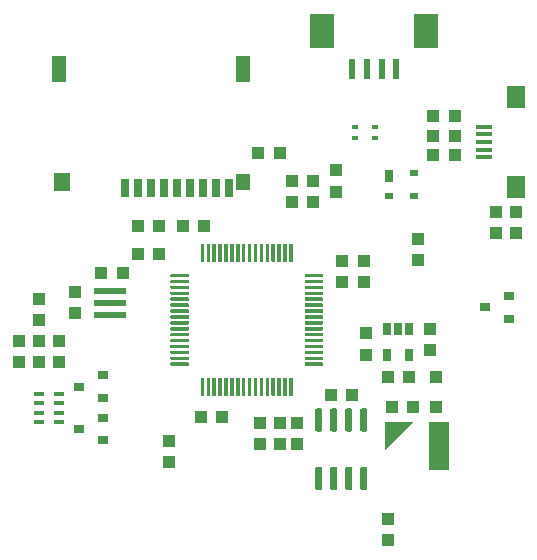
<source format=gtp>
G04 #@! TF.GenerationSoftware,KiCad,Pcbnew,(5.1.5)-3*
G04 #@! TF.CreationDate,2020-01-29T21:37:39+13:00*
G04 #@! TF.ProjectId,SimpleFC,53696d70-6c65-4464-932e-6b696361645f,rev?*
G04 #@! TF.SameCoordinates,Original*
G04 #@! TF.FileFunction,Paste,Top*
G04 #@! TF.FilePolarity,Positive*
%FSLAX46Y46*%
G04 Gerber Fmt 4.6, Leading zero omitted, Abs format (unit mm)*
G04 Created by KiCad (PCBNEW (5.1.5)-3) date 2020-01-29 21:37:39*
%MOMM*%
%LPD*%
G04 APERTURE LIST*
%ADD10R,1.000000X1.100000*%
%ADD11R,1.100000X1.000000*%
%ADD12R,0.900000X0.800000*%
%ADD13R,0.700000X1.000000*%
%ADD14R,0.700000X0.600000*%
%ADD15R,0.700000X1.600000*%
%ADD16R,1.200000X1.400000*%
%ADD17R,1.200000X2.200000*%
%ADD18R,1.400000X1.600000*%
%ADD19R,0.500000X1.800000*%
%ADD20R,2.100000X3.000000*%
%ADD21R,0.600000X0.400000*%
%ADD22R,0.900000X0.400000*%
%ADD23R,2.700000X0.500000*%
%ADD24R,1.400000X0.400000*%
%ADD25R,1.500000X1.900000*%
%ADD26C,0.100000*%
%ADD27R,1.700000X4.100000*%
%ADD28R,1.000000X1.000000*%
%ADD29R,0.650000X1.060000*%
G04 APERTURE END LIST*
D10*
X134700000Y-101500000D03*
X134700000Y-99700000D03*
X152000000Y-112600000D03*
X152000000Y-110800000D03*
D11*
X159100000Y-98800000D03*
X157300000Y-98800000D03*
X140000000Y-94100000D03*
X141800000Y-94100000D03*
X141800000Y-96500000D03*
X140000000Y-96500000D03*
X145300000Y-110300000D03*
X147100000Y-110300000D03*
D10*
X153500000Y-110800000D03*
X153500000Y-112600000D03*
D11*
X159100000Y-97100000D03*
X157300000Y-97100000D03*
X145600000Y-94100000D03*
X143800000Y-94100000D03*
D10*
X131600000Y-103800000D03*
X131600000Y-105600000D03*
X156800000Y-89400000D03*
X156800000Y-91200000D03*
X142600000Y-114100000D03*
X142600000Y-112300000D03*
D11*
X156300000Y-108400000D03*
X158100000Y-108400000D03*
D10*
X170300000Y-92900000D03*
X170300000Y-94700000D03*
D12*
X135000000Y-111300000D03*
X137000000Y-110350000D03*
X137000000Y-112250000D03*
X137000000Y-108650000D03*
X137000000Y-106750000D03*
X135000000Y-107700000D03*
X169400000Y-101000000D03*
X171400000Y-100050000D03*
X171400000Y-101950000D03*
D13*
X161250000Y-89850000D03*
D14*
X161250000Y-91550000D03*
X163350000Y-91550000D03*
X163350000Y-89650000D03*
D15*
X138900000Y-90900000D03*
X140000000Y-90900000D03*
X141100000Y-90900000D03*
X142200000Y-90900000D03*
X143300000Y-90900000D03*
X144400000Y-90900000D03*
X145500000Y-90900000D03*
X146600000Y-90900000D03*
D16*
X148850000Y-90400000D03*
D17*
X148850000Y-80800000D03*
D18*
X133600000Y-90400000D03*
D17*
X133350000Y-80800000D03*
D15*
X147700000Y-90900000D03*
D19*
X158125000Y-80800000D03*
X159375000Y-80800000D03*
X160625000Y-80800000D03*
X161875000Y-80800000D03*
D20*
X155575000Y-77600000D03*
X164425000Y-77600000D03*
D10*
X150300000Y-112600000D03*
X150300000Y-110800000D03*
X131600000Y-100300000D03*
X131600000Y-102100000D03*
X153000000Y-90300000D03*
X153000000Y-92100000D03*
X154800000Y-92100000D03*
X154800000Y-90300000D03*
X129900000Y-105600000D03*
X129900000Y-103800000D03*
X133300000Y-105600000D03*
X133300000Y-103800000D03*
X161200000Y-120700000D03*
X161200000Y-118900000D03*
D11*
X166800000Y-86500000D03*
X165000000Y-86500000D03*
X165000000Y-88100000D03*
X166800000Y-88100000D03*
D21*
X158400000Y-85750000D03*
X158400000Y-86650000D03*
X160100000Y-86650000D03*
X160100000Y-85750000D03*
D11*
X165000000Y-84800000D03*
X166800000Y-84800000D03*
D10*
X172000000Y-92900000D03*
X172000000Y-94700000D03*
D22*
X131600000Y-109100000D03*
X131600000Y-109900000D03*
X131600000Y-108300000D03*
X131600000Y-110700000D03*
X133300000Y-108300000D03*
X133300000Y-109100000D03*
X133300000Y-109900000D03*
X133300000Y-110700000D03*
D23*
X137600000Y-99600000D03*
X137600000Y-100600000D03*
X137600000Y-101600000D03*
D24*
X169300000Y-87650000D03*
X169300000Y-87000000D03*
X169300000Y-85700000D03*
X169300000Y-86350000D03*
D25*
X172000000Y-90810000D03*
X172000000Y-83190000D03*
D24*
X169300000Y-88300000D03*
D26*
G36*
X163302769Y-110699313D02*
G01*
X160899313Y-113102769D01*
X160898606Y-110699313D01*
X160899313Y-110698606D01*
X163302769Y-110699313D01*
G37*
D27*
X165500000Y-112750000D03*
D10*
X164700000Y-102800000D03*
X164700000Y-104600000D03*
X159300000Y-105000000D03*
X159300000Y-103200000D03*
D11*
X161150000Y-106900000D03*
X162950000Y-106900000D03*
D28*
X165200000Y-109400000D03*
X165200000Y-106900000D03*
D11*
X161500000Y-109400000D03*
X163300000Y-109400000D03*
X152000000Y-87900000D03*
X150200000Y-87900000D03*
D10*
X163700000Y-97000000D03*
X163700000Y-95200000D03*
D11*
X138700000Y-98100000D03*
X136900000Y-98100000D03*
D26*
G36*
X144232351Y-98150361D02*
G01*
X144239632Y-98151441D01*
X144246771Y-98153229D01*
X144253701Y-98155709D01*
X144260355Y-98158856D01*
X144266668Y-98162640D01*
X144272579Y-98167024D01*
X144278033Y-98171967D01*
X144282976Y-98177421D01*
X144287360Y-98183332D01*
X144291144Y-98189645D01*
X144294291Y-98196299D01*
X144296771Y-98203229D01*
X144298559Y-98210368D01*
X144299639Y-98217649D01*
X144300000Y-98225000D01*
X144300000Y-98375000D01*
X144299639Y-98382351D01*
X144298559Y-98389632D01*
X144296771Y-98396771D01*
X144294291Y-98403701D01*
X144291144Y-98410355D01*
X144287360Y-98416668D01*
X144282976Y-98422579D01*
X144278033Y-98428033D01*
X144272579Y-98432976D01*
X144266668Y-98437360D01*
X144260355Y-98441144D01*
X144253701Y-98444291D01*
X144246771Y-98446771D01*
X144239632Y-98448559D01*
X144232351Y-98449639D01*
X144225000Y-98450000D01*
X142825000Y-98450000D01*
X142817649Y-98449639D01*
X142810368Y-98448559D01*
X142803229Y-98446771D01*
X142796299Y-98444291D01*
X142789645Y-98441144D01*
X142783332Y-98437360D01*
X142777421Y-98432976D01*
X142771967Y-98428033D01*
X142767024Y-98422579D01*
X142762640Y-98416668D01*
X142758856Y-98410355D01*
X142755709Y-98403701D01*
X142753229Y-98396771D01*
X142751441Y-98389632D01*
X142750361Y-98382351D01*
X142750000Y-98375000D01*
X142750000Y-98225000D01*
X142750361Y-98217649D01*
X142751441Y-98210368D01*
X142753229Y-98203229D01*
X142755709Y-98196299D01*
X142758856Y-98189645D01*
X142762640Y-98183332D01*
X142767024Y-98177421D01*
X142771967Y-98171967D01*
X142777421Y-98167024D01*
X142783332Y-98162640D01*
X142789645Y-98158856D01*
X142796299Y-98155709D01*
X142803229Y-98153229D01*
X142810368Y-98151441D01*
X142817649Y-98150361D01*
X142825000Y-98150000D01*
X144225000Y-98150000D01*
X144232351Y-98150361D01*
G37*
G36*
X144232351Y-98650361D02*
G01*
X144239632Y-98651441D01*
X144246771Y-98653229D01*
X144253701Y-98655709D01*
X144260355Y-98658856D01*
X144266668Y-98662640D01*
X144272579Y-98667024D01*
X144278033Y-98671967D01*
X144282976Y-98677421D01*
X144287360Y-98683332D01*
X144291144Y-98689645D01*
X144294291Y-98696299D01*
X144296771Y-98703229D01*
X144298559Y-98710368D01*
X144299639Y-98717649D01*
X144300000Y-98725000D01*
X144300000Y-98875000D01*
X144299639Y-98882351D01*
X144298559Y-98889632D01*
X144296771Y-98896771D01*
X144294291Y-98903701D01*
X144291144Y-98910355D01*
X144287360Y-98916668D01*
X144282976Y-98922579D01*
X144278033Y-98928033D01*
X144272579Y-98932976D01*
X144266668Y-98937360D01*
X144260355Y-98941144D01*
X144253701Y-98944291D01*
X144246771Y-98946771D01*
X144239632Y-98948559D01*
X144232351Y-98949639D01*
X144225000Y-98950000D01*
X142825000Y-98950000D01*
X142817649Y-98949639D01*
X142810368Y-98948559D01*
X142803229Y-98946771D01*
X142796299Y-98944291D01*
X142789645Y-98941144D01*
X142783332Y-98937360D01*
X142777421Y-98932976D01*
X142771967Y-98928033D01*
X142767024Y-98922579D01*
X142762640Y-98916668D01*
X142758856Y-98910355D01*
X142755709Y-98903701D01*
X142753229Y-98896771D01*
X142751441Y-98889632D01*
X142750361Y-98882351D01*
X142750000Y-98875000D01*
X142750000Y-98725000D01*
X142750361Y-98717649D01*
X142751441Y-98710368D01*
X142753229Y-98703229D01*
X142755709Y-98696299D01*
X142758856Y-98689645D01*
X142762640Y-98683332D01*
X142767024Y-98677421D01*
X142771967Y-98671967D01*
X142777421Y-98667024D01*
X142783332Y-98662640D01*
X142789645Y-98658856D01*
X142796299Y-98655709D01*
X142803229Y-98653229D01*
X142810368Y-98651441D01*
X142817649Y-98650361D01*
X142825000Y-98650000D01*
X144225000Y-98650000D01*
X144232351Y-98650361D01*
G37*
G36*
X144232351Y-99150361D02*
G01*
X144239632Y-99151441D01*
X144246771Y-99153229D01*
X144253701Y-99155709D01*
X144260355Y-99158856D01*
X144266668Y-99162640D01*
X144272579Y-99167024D01*
X144278033Y-99171967D01*
X144282976Y-99177421D01*
X144287360Y-99183332D01*
X144291144Y-99189645D01*
X144294291Y-99196299D01*
X144296771Y-99203229D01*
X144298559Y-99210368D01*
X144299639Y-99217649D01*
X144300000Y-99225000D01*
X144300000Y-99375000D01*
X144299639Y-99382351D01*
X144298559Y-99389632D01*
X144296771Y-99396771D01*
X144294291Y-99403701D01*
X144291144Y-99410355D01*
X144287360Y-99416668D01*
X144282976Y-99422579D01*
X144278033Y-99428033D01*
X144272579Y-99432976D01*
X144266668Y-99437360D01*
X144260355Y-99441144D01*
X144253701Y-99444291D01*
X144246771Y-99446771D01*
X144239632Y-99448559D01*
X144232351Y-99449639D01*
X144225000Y-99450000D01*
X142825000Y-99450000D01*
X142817649Y-99449639D01*
X142810368Y-99448559D01*
X142803229Y-99446771D01*
X142796299Y-99444291D01*
X142789645Y-99441144D01*
X142783332Y-99437360D01*
X142777421Y-99432976D01*
X142771967Y-99428033D01*
X142767024Y-99422579D01*
X142762640Y-99416668D01*
X142758856Y-99410355D01*
X142755709Y-99403701D01*
X142753229Y-99396771D01*
X142751441Y-99389632D01*
X142750361Y-99382351D01*
X142750000Y-99375000D01*
X142750000Y-99225000D01*
X142750361Y-99217649D01*
X142751441Y-99210368D01*
X142753229Y-99203229D01*
X142755709Y-99196299D01*
X142758856Y-99189645D01*
X142762640Y-99183332D01*
X142767024Y-99177421D01*
X142771967Y-99171967D01*
X142777421Y-99167024D01*
X142783332Y-99162640D01*
X142789645Y-99158856D01*
X142796299Y-99155709D01*
X142803229Y-99153229D01*
X142810368Y-99151441D01*
X142817649Y-99150361D01*
X142825000Y-99150000D01*
X144225000Y-99150000D01*
X144232351Y-99150361D01*
G37*
G36*
X144232351Y-99650361D02*
G01*
X144239632Y-99651441D01*
X144246771Y-99653229D01*
X144253701Y-99655709D01*
X144260355Y-99658856D01*
X144266668Y-99662640D01*
X144272579Y-99667024D01*
X144278033Y-99671967D01*
X144282976Y-99677421D01*
X144287360Y-99683332D01*
X144291144Y-99689645D01*
X144294291Y-99696299D01*
X144296771Y-99703229D01*
X144298559Y-99710368D01*
X144299639Y-99717649D01*
X144300000Y-99725000D01*
X144300000Y-99875000D01*
X144299639Y-99882351D01*
X144298559Y-99889632D01*
X144296771Y-99896771D01*
X144294291Y-99903701D01*
X144291144Y-99910355D01*
X144287360Y-99916668D01*
X144282976Y-99922579D01*
X144278033Y-99928033D01*
X144272579Y-99932976D01*
X144266668Y-99937360D01*
X144260355Y-99941144D01*
X144253701Y-99944291D01*
X144246771Y-99946771D01*
X144239632Y-99948559D01*
X144232351Y-99949639D01*
X144225000Y-99950000D01*
X142825000Y-99950000D01*
X142817649Y-99949639D01*
X142810368Y-99948559D01*
X142803229Y-99946771D01*
X142796299Y-99944291D01*
X142789645Y-99941144D01*
X142783332Y-99937360D01*
X142777421Y-99932976D01*
X142771967Y-99928033D01*
X142767024Y-99922579D01*
X142762640Y-99916668D01*
X142758856Y-99910355D01*
X142755709Y-99903701D01*
X142753229Y-99896771D01*
X142751441Y-99889632D01*
X142750361Y-99882351D01*
X142750000Y-99875000D01*
X142750000Y-99725000D01*
X142750361Y-99717649D01*
X142751441Y-99710368D01*
X142753229Y-99703229D01*
X142755709Y-99696299D01*
X142758856Y-99689645D01*
X142762640Y-99683332D01*
X142767024Y-99677421D01*
X142771967Y-99671967D01*
X142777421Y-99667024D01*
X142783332Y-99662640D01*
X142789645Y-99658856D01*
X142796299Y-99655709D01*
X142803229Y-99653229D01*
X142810368Y-99651441D01*
X142817649Y-99650361D01*
X142825000Y-99650000D01*
X144225000Y-99650000D01*
X144232351Y-99650361D01*
G37*
G36*
X144232351Y-100150361D02*
G01*
X144239632Y-100151441D01*
X144246771Y-100153229D01*
X144253701Y-100155709D01*
X144260355Y-100158856D01*
X144266668Y-100162640D01*
X144272579Y-100167024D01*
X144278033Y-100171967D01*
X144282976Y-100177421D01*
X144287360Y-100183332D01*
X144291144Y-100189645D01*
X144294291Y-100196299D01*
X144296771Y-100203229D01*
X144298559Y-100210368D01*
X144299639Y-100217649D01*
X144300000Y-100225000D01*
X144300000Y-100375000D01*
X144299639Y-100382351D01*
X144298559Y-100389632D01*
X144296771Y-100396771D01*
X144294291Y-100403701D01*
X144291144Y-100410355D01*
X144287360Y-100416668D01*
X144282976Y-100422579D01*
X144278033Y-100428033D01*
X144272579Y-100432976D01*
X144266668Y-100437360D01*
X144260355Y-100441144D01*
X144253701Y-100444291D01*
X144246771Y-100446771D01*
X144239632Y-100448559D01*
X144232351Y-100449639D01*
X144225000Y-100450000D01*
X142825000Y-100450000D01*
X142817649Y-100449639D01*
X142810368Y-100448559D01*
X142803229Y-100446771D01*
X142796299Y-100444291D01*
X142789645Y-100441144D01*
X142783332Y-100437360D01*
X142777421Y-100432976D01*
X142771967Y-100428033D01*
X142767024Y-100422579D01*
X142762640Y-100416668D01*
X142758856Y-100410355D01*
X142755709Y-100403701D01*
X142753229Y-100396771D01*
X142751441Y-100389632D01*
X142750361Y-100382351D01*
X142750000Y-100375000D01*
X142750000Y-100225000D01*
X142750361Y-100217649D01*
X142751441Y-100210368D01*
X142753229Y-100203229D01*
X142755709Y-100196299D01*
X142758856Y-100189645D01*
X142762640Y-100183332D01*
X142767024Y-100177421D01*
X142771967Y-100171967D01*
X142777421Y-100167024D01*
X142783332Y-100162640D01*
X142789645Y-100158856D01*
X142796299Y-100155709D01*
X142803229Y-100153229D01*
X142810368Y-100151441D01*
X142817649Y-100150361D01*
X142825000Y-100150000D01*
X144225000Y-100150000D01*
X144232351Y-100150361D01*
G37*
G36*
X144232351Y-100650361D02*
G01*
X144239632Y-100651441D01*
X144246771Y-100653229D01*
X144253701Y-100655709D01*
X144260355Y-100658856D01*
X144266668Y-100662640D01*
X144272579Y-100667024D01*
X144278033Y-100671967D01*
X144282976Y-100677421D01*
X144287360Y-100683332D01*
X144291144Y-100689645D01*
X144294291Y-100696299D01*
X144296771Y-100703229D01*
X144298559Y-100710368D01*
X144299639Y-100717649D01*
X144300000Y-100725000D01*
X144300000Y-100875000D01*
X144299639Y-100882351D01*
X144298559Y-100889632D01*
X144296771Y-100896771D01*
X144294291Y-100903701D01*
X144291144Y-100910355D01*
X144287360Y-100916668D01*
X144282976Y-100922579D01*
X144278033Y-100928033D01*
X144272579Y-100932976D01*
X144266668Y-100937360D01*
X144260355Y-100941144D01*
X144253701Y-100944291D01*
X144246771Y-100946771D01*
X144239632Y-100948559D01*
X144232351Y-100949639D01*
X144225000Y-100950000D01*
X142825000Y-100950000D01*
X142817649Y-100949639D01*
X142810368Y-100948559D01*
X142803229Y-100946771D01*
X142796299Y-100944291D01*
X142789645Y-100941144D01*
X142783332Y-100937360D01*
X142777421Y-100932976D01*
X142771967Y-100928033D01*
X142767024Y-100922579D01*
X142762640Y-100916668D01*
X142758856Y-100910355D01*
X142755709Y-100903701D01*
X142753229Y-100896771D01*
X142751441Y-100889632D01*
X142750361Y-100882351D01*
X142750000Y-100875000D01*
X142750000Y-100725000D01*
X142750361Y-100717649D01*
X142751441Y-100710368D01*
X142753229Y-100703229D01*
X142755709Y-100696299D01*
X142758856Y-100689645D01*
X142762640Y-100683332D01*
X142767024Y-100677421D01*
X142771967Y-100671967D01*
X142777421Y-100667024D01*
X142783332Y-100662640D01*
X142789645Y-100658856D01*
X142796299Y-100655709D01*
X142803229Y-100653229D01*
X142810368Y-100651441D01*
X142817649Y-100650361D01*
X142825000Y-100650000D01*
X144225000Y-100650000D01*
X144232351Y-100650361D01*
G37*
G36*
X144232351Y-101150361D02*
G01*
X144239632Y-101151441D01*
X144246771Y-101153229D01*
X144253701Y-101155709D01*
X144260355Y-101158856D01*
X144266668Y-101162640D01*
X144272579Y-101167024D01*
X144278033Y-101171967D01*
X144282976Y-101177421D01*
X144287360Y-101183332D01*
X144291144Y-101189645D01*
X144294291Y-101196299D01*
X144296771Y-101203229D01*
X144298559Y-101210368D01*
X144299639Y-101217649D01*
X144300000Y-101225000D01*
X144300000Y-101375000D01*
X144299639Y-101382351D01*
X144298559Y-101389632D01*
X144296771Y-101396771D01*
X144294291Y-101403701D01*
X144291144Y-101410355D01*
X144287360Y-101416668D01*
X144282976Y-101422579D01*
X144278033Y-101428033D01*
X144272579Y-101432976D01*
X144266668Y-101437360D01*
X144260355Y-101441144D01*
X144253701Y-101444291D01*
X144246771Y-101446771D01*
X144239632Y-101448559D01*
X144232351Y-101449639D01*
X144225000Y-101450000D01*
X142825000Y-101450000D01*
X142817649Y-101449639D01*
X142810368Y-101448559D01*
X142803229Y-101446771D01*
X142796299Y-101444291D01*
X142789645Y-101441144D01*
X142783332Y-101437360D01*
X142777421Y-101432976D01*
X142771967Y-101428033D01*
X142767024Y-101422579D01*
X142762640Y-101416668D01*
X142758856Y-101410355D01*
X142755709Y-101403701D01*
X142753229Y-101396771D01*
X142751441Y-101389632D01*
X142750361Y-101382351D01*
X142750000Y-101375000D01*
X142750000Y-101225000D01*
X142750361Y-101217649D01*
X142751441Y-101210368D01*
X142753229Y-101203229D01*
X142755709Y-101196299D01*
X142758856Y-101189645D01*
X142762640Y-101183332D01*
X142767024Y-101177421D01*
X142771967Y-101171967D01*
X142777421Y-101167024D01*
X142783332Y-101162640D01*
X142789645Y-101158856D01*
X142796299Y-101155709D01*
X142803229Y-101153229D01*
X142810368Y-101151441D01*
X142817649Y-101150361D01*
X142825000Y-101150000D01*
X144225000Y-101150000D01*
X144232351Y-101150361D01*
G37*
G36*
X144232351Y-101650361D02*
G01*
X144239632Y-101651441D01*
X144246771Y-101653229D01*
X144253701Y-101655709D01*
X144260355Y-101658856D01*
X144266668Y-101662640D01*
X144272579Y-101667024D01*
X144278033Y-101671967D01*
X144282976Y-101677421D01*
X144287360Y-101683332D01*
X144291144Y-101689645D01*
X144294291Y-101696299D01*
X144296771Y-101703229D01*
X144298559Y-101710368D01*
X144299639Y-101717649D01*
X144300000Y-101725000D01*
X144300000Y-101875000D01*
X144299639Y-101882351D01*
X144298559Y-101889632D01*
X144296771Y-101896771D01*
X144294291Y-101903701D01*
X144291144Y-101910355D01*
X144287360Y-101916668D01*
X144282976Y-101922579D01*
X144278033Y-101928033D01*
X144272579Y-101932976D01*
X144266668Y-101937360D01*
X144260355Y-101941144D01*
X144253701Y-101944291D01*
X144246771Y-101946771D01*
X144239632Y-101948559D01*
X144232351Y-101949639D01*
X144225000Y-101950000D01*
X142825000Y-101950000D01*
X142817649Y-101949639D01*
X142810368Y-101948559D01*
X142803229Y-101946771D01*
X142796299Y-101944291D01*
X142789645Y-101941144D01*
X142783332Y-101937360D01*
X142777421Y-101932976D01*
X142771967Y-101928033D01*
X142767024Y-101922579D01*
X142762640Y-101916668D01*
X142758856Y-101910355D01*
X142755709Y-101903701D01*
X142753229Y-101896771D01*
X142751441Y-101889632D01*
X142750361Y-101882351D01*
X142750000Y-101875000D01*
X142750000Y-101725000D01*
X142750361Y-101717649D01*
X142751441Y-101710368D01*
X142753229Y-101703229D01*
X142755709Y-101696299D01*
X142758856Y-101689645D01*
X142762640Y-101683332D01*
X142767024Y-101677421D01*
X142771967Y-101671967D01*
X142777421Y-101667024D01*
X142783332Y-101662640D01*
X142789645Y-101658856D01*
X142796299Y-101655709D01*
X142803229Y-101653229D01*
X142810368Y-101651441D01*
X142817649Y-101650361D01*
X142825000Y-101650000D01*
X144225000Y-101650000D01*
X144232351Y-101650361D01*
G37*
G36*
X144232351Y-102150361D02*
G01*
X144239632Y-102151441D01*
X144246771Y-102153229D01*
X144253701Y-102155709D01*
X144260355Y-102158856D01*
X144266668Y-102162640D01*
X144272579Y-102167024D01*
X144278033Y-102171967D01*
X144282976Y-102177421D01*
X144287360Y-102183332D01*
X144291144Y-102189645D01*
X144294291Y-102196299D01*
X144296771Y-102203229D01*
X144298559Y-102210368D01*
X144299639Y-102217649D01*
X144300000Y-102225000D01*
X144300000Y-102375000D01*
X144299639Y-102382351D01*
X144298559Y-102389632D01*
X144296771Y-102396771D01*
X144294291Y-102403701D01*
X144291144Y-102410355D01*
X144287360Y-102416668D01*
X144282976Y-102422579D01*
X144278033Y-102428033D01*
X144272579Y-102432976D01*
X144266668Y-102437360D01*
X144260355Y-102441144D01*
X144253701Y-102444291D01*
X144246771Y-102446771D01*
X144239632Y-102448559D01*
X144232351Y-102449639D01*
X144225000Y-102450000D01*
X142825000Y-102450000D01*
X142817649Y-102449639D01*
X142810368Y-102448559D01*
X142803229Y-102446771D01*
X142796299Y-102444291D01*
X142789645Y-102441144D01*
X142783332Y-102437360D01*
X142777421Y-102432976D01*
X142771967Y-102428033D01*
X142767024Y-102422579D01*
X142762640Y-102416668D01*
X142758856Y-102410355D01*
X142755709Y-102403701D01*
X142753229Y-102396771D01*
X142751441Y-102389632D01*
X142750361Y-102382351D01*
X142750000Y-102375000D01*
X142750000Y-102225000D01*
X142750361Y-102217649D01*
X142751441Y-102210368D01*
X142753229Y-102203229D01*
X142755709Y-102196299D01*
X142758856Y-102189645D01*
X142762640Y-102183332D01*
X142767024Y-102177421D01*
X142771967Y-102171967D01*
X142777421Y-102167024D01*
X142783332Y-102162640D01*
X142789645Y-102158856D01*
X142796299Y-102155709D01*
X142803229Y-102153229D01*
X142810368Y-102151441D01*
X142817649Y-102150361D01*
X142825000Y-102150000D01*
X144225000Y-102150000D01*
X144232351Y-102150361D01*
G37*
G36*
X144232351Y-102650361D02*
G01*
X144239632Y-102651441D01*
X144246771Y-102653229D01*
X144253701Y-102655709D01*
X144260355Y-102658856D01*
X144266668Y-102662640D01*
X144272579Y-102667024D01*
X144278033Y-102671967D01*
X144282976Y-102677421D01*
X144287360Y-102683332D01*
X144291144Y-102689645D01*
X144294291Y-102696299D01*
X144296771Y-102703229D01*
X144298559Y-102710368D01*
X144299639Y-102717649D01*
X144300000Y-102725000D01*
X144300000Y-102875000D01*
X144299639Y-102882351D01*
X144298559Y-102889632D01*
X144296771Y-102896771D01*
X144294291Y-102903701D01*
X144291144Y-102910355D01*
X144287360Y-102916668D01*
X144282976Y-102922579D01*
X144278033Y-102928033D01*
X144272579Y-102932976D01*
X144266668Y-102937360D01*
X144260355Y-102941144D01*
X144253701Y-102944291D01*
X144246771Y-102946771D01*
X144239632Y-102948559D01*
X144232351Y-102949639D01*
X144225000Y-102950000D01*
X142825000Y-102950000D01*
X142817649Y-102949639D01*
X142810368Y-102948559D01*
X142803229Y-102946771D01*
X142796299Y-102944291D01*
X142789645Y-102941144D01*
X142783332Y-102937360D01*
X142777421Y-102932976D01*
X142771967Y-102928033D01*
X142767024Y-102922579D01*
X142762640Y-102916668D01*
X142758856Y-102910355D01*
X142755709Y-102903701D01*
X142753229Y-102896771D01*
X142751441Y-102889632D01*
X142750361Y-102882351D01*
X142750000Y-102875000D01*
X142750000Y-102725000D01*
X142750361Y-102717649D01*
X142751441Y-102710368D01*
X142753229Y-102703229D01*
X142755709Y-102696299D01*
X142758856Y-102689645D01*
X142762640Y-102683332D01*
X142767024Y-102677421D01*
X142771967Y-102671967D01*
X142777421Y-102667024D01*
X142783332Y-102662640D01*
X142789645Y-102658856D01*
X142796299Y-102655709D01*
X142803229Y-102653229D01*
X142810368Y-102651441D01*
X142817649Y-102650361D01*
X142825000Y-102650000D01*
X144225000Y-102650000D01*
X144232351Y-102650361D01*
G37*
G36*
X144232351Y-103150361D02*
G01*
X144239632Y-103151441D01*
X144246771Y-103153229D01*
X144253701Y-103155709D01*
X144260355Y-103158856D01*
X144266668Y-103162640D01*
X144272579Y-103167024D01*
X144278033Y-103171967D01*
X144282976Y-103177421D01*
X144287360Y-103183332D01*
X144291144Y-103189645D01*
X144294291Y-103196299D01*
X144296771Y-103203229D01*
X144298559Y-103210368D01*
X144299639Y-103217649D01*
X144300000Y-103225000D01*
X144300000Y-103375000D01*
X144299639Y-103382351D01*
X144298559Y-103389632D01*
X144296771Y-103396771D01*
X144294291Y-103403701D01*
X144291144Y-103410355D01*
X144287360Y-103416668D01*
X144282976Y-103422579D01*
X144278033Y-103428033D01*
X144272579Y-103432976D01*
X144266668Y-103437360D01*
X144260355Y-103441144D01*
X144253701Y-103444291D01*
X144246771Y-103446771D01*
X144239632Y-103448559D01*
X144232351Y-103449639D01*
X144225000Y-103450000D01*
X142825000Y-103450000D01*
X142817649Y-103449639D01*
X142810368Y-103448559D01*
X142803229Y-103446771D01*
X142796299Y-103444291D01*
X142789645Y-103441144D01*
X142783332Y-103437360D01*
X142777421Y-103432976D01*
X142771967Y-103428033D01*
X142767024Y-103422579D01*
X142762640Y-103416668D01*
X142758856Y-103410355D01*
X142755709Y-103403701D01*
X142753229Y-103396771D01*
X142751441Y-103389632D01*
X142750361Y-103382351D01*
X142750000Y-103375000D01*
X142750000Y-103225000D01*
X142750361Y-103217649D01*
X142751441Y-103210368D01*
X142753229Y-103203229D01*
X142755709Y-103196299D01*
X142758856Y-103189645D01*
X142762640Y-103183332D01*
X142767024Y-103177421D01*
X142771967Y-103171967D01*
X142777421Y-103167024D01*
X142783332Y-103162640D01*
X142789645Y-103158856D01*
X142796299Y-103155709D01*
X142803229Y-103153229D01*
X142810368Y-103151441D01*
X142817649Y-103150361D01*
X142825000Y-103150000D01*
X144225000Y-103150000D01*
X144232351Y-103150361D01*
G37*
G36*
X144232351Y-103650361D02*
G01*
X144239632Y-103651441D01*
X144246771Y-103653229D01*
X144253701Y-103655709D01*
X144260355Y-103658856D01*
X144266668Y-103662640D01*
X144272579Y-103667024D01*
X144278033Y-103671967D01*
X144282976Y-103677421D01*
X144287360Y-103683332D01*
X144291144Y-103689645D01*
X144294291Y-103696299D01*
X144296771Y-103703229D01*
X144298559Y-103710368D01*
X144299639Y-103717649D01*
X144300000Y-103725000D01*
X144300000Y-103875000D01*
X144299639Y-103882351D01*
X144298559Y-103889632D01*
X144296771Y-103896771D01*
X144294291Y-103903701D01*
X144291144Y-103910355D01*
X144287360Y-103916668D01*
X144282976Y-103922579D01*
X144278033Y-103928033D01*
X144272579Y-103932976D01*
X144266668Y-103937360D01*
X144260355Y-103941144D01*
X144253701Y-103944291D01*
X144246771Y-103946771D01*
X144239632Y-103948559D01*
X144232351Y-103949639D01*
X144225000Y-103950000D01*
X142825000Y-103950000D01*
X142817649Y-103949639D01*
X142810368Y-103948559D01*
X142803229Y-103946771D01*
X142796299Y-103944291D01*
X142789645Y-103941144D01*
X142783332Y-103937360D01*
X142777421Y-103932976D01*
X142771967Y-103928033D01*
X142767024Y-103922579D01*
X142762640Y-103916668D01*
X142758856Y-103910355D01*
X142755709Y-103903701D01*
X142753229Y-103896771D01*
X142751441Y-103889632D01*
X142750361Y-103882351D01*
X142750000Y-103875000D01*
X142750000Y-103725000D01*
X142750361Y-103717649D01*
X142751441Y-103710368D01*
X142753229Y-103703229D01*
X142755709Y-103696299D01*
X142758856Y-103689645D01*
X142762640Y-103683332D01*
X142767024Y-103677421D01*
X142771967Y-103671967D01*
X142777421Y-103667024D01*
X142783332Y-103662640D01*
X142789645Y-103658856D01*
X142796299Y-103655709D01*
X142803229Y-103653229D01*
X142810368Y-103651441D01*
X142817649Y-103650361D01*
X142825000Y-103650000D01*
X144225000Y-103650000D01*
X144232351Y-103650361D01*
G37*
G36*
X144232351Y-104150361D02*
G01*
X144239632Y-104151441D01*
X144246771Y-104153229D01*
X144253701Y-104155709D01*
X144260355Y-104158856D01*
X144266668Y-104162640D01*
X144272579Y-104167024D01*
X144278033Y-104171967D01*
X144282976Y-104177421D01*
X144287360Y-104183332D01*
X144291144Y-104189645D01*
X144294291Y-104196299D01*
X144296771Y-104203229D01*
X144298559Y-104210368D01*
X144299639Y-104217649D01*
X144300000Y-104225000D01*
X144300000Y-104375000D01*
X144299639Y-104382351D01*
X144298559Y-104389632D01*
X144296771Y-104396771D01*
X144294291Y-104403701D01*
X144291144Y-104410355D01*
X144287360Y-104416668D01*
X144282976Y-104422579D01*
X144278033Y-104428033D01*
X144272579Y-104432976D01*
X144266668Y-104437360D01*
X144260355Y-104441144D01*
X144253701Y-104444291D01*
X144246771Y-104446771D01*
X144239632Y-104448559D01*
X144232351Y-104449639D01*
X144225000Y-104450000D01*
X142825000Y-104450000D01*
X142817649Y-104449639D01*
X142810368Y-104448559D01*
X142803229Y-104446771D01*
X142796299Y-104444291D01*
X142789645Y-104441144D01*
X142783332Y-104437360D01*
X142777421Y-104432976D01*
X142771967Y-104428033D01*
X142767024Y-104422579D01*
X142762640Y-104416668D01*
X142758856Y-104410355D01*
X142755709Y-104403701D01*
X142753229Y-104396771D01*
X142751441Y-104389632D01*
X142750361Y-104382351D01*
X142750000Y-104375000D01*
X142750000Y-104225000D01*
X142750361Y-104217649D01*
X142751441Y-104210368D01*
X142753229Y-104203229D01*
X142755709Y-104196299D01*
X142758856Y-104189645D01*
X142762640Y-104183332D01*
X142767024Y-104177421D01*
X142771967Y-104171967D01*
X142777421Y-104167024D01*
X142783332Y-104162640D01*
X142789645Y-104158856D01*
X142796299Y-104155709D01*
X142803229Y-104153229D01*
X142810368Y-104151441D01*
X142817649Y-104150361D01*
X142825000Y-104150000D01*
X144225000Y-104150000D01*
X144232351Y-104150361D01*
G37*
G36*
X144232351Y-104650361D02*
G01*
X144239632Y-104651441D01*
X144246771Y-104653229D01*
X144253701Y-104655709D01*
X144260355Y-104658856D01*
X144266668Y-104662640D01*
X144272579Y-104667024D01*
X144278033Y-104671967D01*
X144282976Y-104677421D01*
X144287360Y-104683332D01*
X144291144Y-104689645D01*
X144294291Y-104696299D01*
X144296771Y-104703229D01*
X144298559Y-104710368D01*
X144299639Y-104717649D01*
X144300000Y-104725000D01*
X144300000Y-104875000D01*
X144299639Y-104882351D01*
X144298559Y-104889632D01*
X144296771Y-104896771D01*
X144294291Y-104903701D01*
X144291144Y-104910355D01*
X144287360Y-104916668D01*
X144282976Y-104922579D01*
X144278033Y-104928033D01*
X144272579Y-104932976D01*
X144266668Y-104937360D01*
X144260355Y-104941144D01*
X144253701Y-104944291D01*
X144246771Y-104946771D01*
X144239632Y-104948559D01*
X144232351Y-104949639D01*
X144225000Y-104950000D01*
X142825000Y-104950000D01*
X142817649Y-104949639D01*
X142810368Y-104948559D01*
X142803229Y-104946771D01*
X142796299Y-104944291D01*
X142789645Y-104941144D01*
X142783332Y-104937360D01*
X142777421Y-104932976D01*
X142771967Y-104928033D01*
X142767024Y-104922579D01*
X142762640Y-104916668D01*
X142758856Y-104910355D01*
X142755709Y-104903701D01*
X142753229Y-104896771D01*
X142751441Y-104889632D01*
X142750361Y-104882351D01*
X142750000Y-104875000D01*
X142750000Y-104725000D01*
X142750361Y-104717649D01*
X142751441Y-104710368D01*
X142753229Y-104703229D01*
X142755709Y-104696299D01*
X142758856Y-104689645D01*
X142762640Y-104683332D01*
X142767024Y-104677421D01*
X142771967Y-104671967D01*
X142777421Y-104667024D01*
X142783332Y-104662640D01*
X142789645Y-104658856D01*
X142796299Y-104655709D01*
X142803229Y-104653229D01*
X142810368Y-104651441D01*
X142817649Y-104650361D01*
X142825000Y-104650000D01*
X144225000Y-104650000D01*
X144232351Y-104650361D01*
G37*
G36*
X144232351Y-105150361D02*
G01*
X144239632Y-105151441D01*
X144246771Y-105153229D01*
X144253701Y-105155709D01*
X144260355Y-105158856D01*
X144266668Y-105162640D01*
X144272579Y-105167024D01*
X144278033Y-105171967D01*
X144282976Y-105177421D01*
X144287360Y-105183332D01*
X144291144Y-105189645D01*
X144294291Y-105196299D01*
X144296771Y-105203229D01*
X144298559Y-105210368D01*
X144299639Y-105217649D01*
X144300000Y-105225000D01*
X144300000Y-105375000D01*
X144299639Y-105382351D01*
X144298559Y-105389632D01*
X144296771Y-105396771D01*
X144294291Y-105403701D01*
X144291144Y-105410355D01*
X144287360Y-105416668D01*
X144282976Y-105422579D01*
X144278033Y-105428033D01*
X144272579Y-105432976D01*
X144266668Y-105437360D01*
X144260355Y-105441144D01*
X144253701Y-105444291D01*
X144246771Y-105446771D01*
X144239632Y-105448559D01*
X144232351Y-105449639D01*
X144225000Y-105450000D01*
X142825000Y-105450000D01*
X142817649Y-105449639D01*
X142810368Y-105448559D01*
X142803229Y-105446771D01*
X142796299Y-105444291D01*
X142789645Y-105441144D01*
X142783332Y-105437360D01*
X142777421Y-105432976D01*
X142771967Y-105428033D01*
X142767024Y-105422579D01*
X142762640Y-105416668D01*
X142758856Y-105410355D01*
X142755709Y-105403701D01*
X142753229Y-105396771D01*
X142751441Y-105389632D01*
X142750361Y-105382351D01*
X142750000Y-105375000D01*
X142750000Y-105225000D01*
X142750361Y-105217649D01*
X142751441Y-105210368D01*
X142753229Y-105203229D01*
X142755709Y-105196299D01*
X142758856Y-105189645D01*
X142762640Y-105183332D01*
X142767024Y-105177421D01*
X142771967Y-105171967D01*
X142777421Y-105167024D01*
X142783332Y-105162640D01*
X142789645Y-105158856D01*
X142796299Y-105155709D01*
X142803229Y-105153229D01*
X142810368Y-105151441D01*
X142817649Y-105150361D01*
X142825000Y-105150000D01*
X144225000Y-105150000D01*
X144232351Y-105150361D01*
G37*
G36*
X144232351Y-105650361D02*
G01*
X144239632Y-105651441D01*
X144246771Y-105653229D01*
X144253701Y-105655709D01*
X144260355Y-105658856D01*
X144266668Y-105662640D01*
X144272579Y-105667024D01*
X144278033Y-105671967D01*
X144282976Y-105677421D01*
X144287360Y-105683332D01*
X144291144Y-105689645D01*
X144294291Y-105696299D01*
X144296771Y-105703229D01*
X144298559Y-105710368D01*
X144299639Y-105717649D01*
X144300000Y-105725000D01*
X144300000Y-105875000D01*
X144299639Y-105882351D01*
X144298559Y-105889632D01*
X144296771Y-105896771D01*
X144294291Y-105903701D01*
X144291144Y-105910355D01*
X144287360Y-105916668D01*
X144282976Y-105922579D01*
X144278033Y-105928033D01*
X144272579Y-105932976D01*
X144266668Y-105937360D01*
X144260355Y-105941144D01*
X144253701Y-105944291D01*
X144246771Y-105946771D01*
X144239632Y-105948559D01*
X144232351Y-105949639D01*
X144225000Y-105950000D01*
X142825000Y-105950000D01*
X142817649Y-105949639D01*
X142810368Y-105948559D01*
X142803229Y-105946771D01*
X142796299Y-105944291D01*
X142789645Y-105941144D01*
X142783332Y-105937360D01*
X142777421Y-105932976D01*
X142771967Y-105928033D01*
X142767024Y-105922579D01*
X142762640Y-105916668D01*
X142758856Y-105910355D01*
X142755709Y-105903701D01*
X142753229Y-105896771D01*
X142751441Y-105889632D01*
X142750361Y-105882351D01*
X142750000Y-105875000D01*
X142750000Y-105725000D01*
X142750361Y-105717649D01*
X142751441Y-105710368D01*
X142753229Y-105703229D01*
X142755709Y-105696299D01*
X142758856Y-105689645D01*
X142762640Y-105683332D01*
X142767024Y-105677421D01*
X142771967Y-105671967D01*
X142777421Y-105667024D01*
X142783332Y-105662640D01*
X142789645Y-105658856D01*
X142796299Y-105655709D01*
X142803229Y-105653229D01*
X142810368Y-105651441D01*
X142817649Y-105650361D01*
X142825000Y-105650000D01*
X144225000Y-105650000D01*
X144232351Y-105650361D01*
G37*
G36*
X145532351Y-106950361D02*
G01*
X145539632Y-106951441D01*
X145546771Y-106953229D01*
X145553701Y-106955709D01*
X145560355Y-106958856D01*
X145566668Y-106962640D01*
X145572579Y-106967024D01*
X145578033Y-106971967D01*
X145582976Y-106977421D01*
X145587360Y-106983332D01*
X145591144Y-106989645D01*
X145594291Y-106996299D01*
X145596771Y-107003229D01*
X145598559Y-107010368D01*
X145599639Y-107017649D01*
X145600000Y-107025000D01*
X145600000Y-108425000D01*
X145599639Y-108432351D01*
X145598559Y-108439632D01*
X145596771Y-108446771D01*
X145594291Y-108453701D01*
X145591144Y-108460355D01*
X145587360Y-108466668D01*
X145582976Y-108472579D01*
X145578033Y-108478033D01*
X145572579Y-108482976D01*
X145566668Y-108487360D01*
X145560355Y-108491144D01*
X145553701Y-108494291D01*
X145546771Y-108496771D01*
X145539632Y-108498559D01*
X145532351Y-108499639D01*
X145525000Y-108500000D01*
X145375000Y-108500000D01*
X145367649Y-108499639D01*
X145360368Y-108498559D01*
X145353229Y-108496771D01*
X145346299Y-108494291D01*
X145339645Y-108491144D01*
X145333332Y-108487360D01*
X145327421Y-108482976D01*
X145321967Y-108478033D01*
X145317024Y-108472579D01*
X145312640Y-108466668D01*
X145308856Y-108460355D01*
X145305709Y-108453701D01*
X145303229Y-108446771D01*
X145301441Y-108439632D01*
X145300361Y-108432351D01*
X145300000Y-108425000D01*
X145300000Y-107025000D01*
X145300361Y-107017649D01*
X145301441Y-107010368D01*
X145303229Y-107003229D01*
X145305709Y-106996299D01*
X145308856Y-106989645D01*
X145312640Y-106983332D01*
X145317024Y-106977421D01*
X145321967Y-106971967D01*
X145327421Y-106967024D01*
X145333332Y-106962640D01*
X145339645Y-106958856D01*
X145346299Y-106955709D01*
X145353229Y-106953229D01*
X145360368Y-106951441D01*
X145367649Y-106950361D01*
X145375000Y-106950000D01*
X145525000Y-106950000D01*
X145532351Y-106950361D01*
G37*
G36*
X146032351Y-106950361D02*
G01*
X146039632Y-106951441D01*
X146046771Y-106953229D01*
X146053701Y-106955709D01*
X146060355Y-106958856D01*
X146066668Y-106962640D01*
X146072579Y-106967024D01*
X146078033Y-106971967D01*
X146082976Y-106977421D01*
X146087360Y-106983332D01*
X146091144Y-106989645D01*
X146094291Y-106996299D01*
X146096771Y-107003229D01*
X146098559Y-107010368D01*
X146099639Y-107017649D01*
X146100000Y-107025000D01*
X146100000Y-108425000D01*
X146099639Y-108432351D01*
X146098559Y-108439632D01*
X146096771Y-108446771D01*
X146094291Y-108453701D01*
X146091144Y-108460355D01*
X146087360Y-108466668D01*
X146082976Y-108472579D01*
X146078033Y-108478033D01*
X146072579Y-108482976D01*
X146066668Y-108487360D01*
X146060355Y-108491144D01*
X146053701Y-108494291D01*
X146046771Y-108496771D01*
X146039632Y-108498559D01*
X146032351Y-108499639D01*
X146025000Y-108500000D01*
X145875000Y-108500000D01*
X145867649Y-108499639D01*
X145860368Y-108498559D01*
X145853229Y-108496771D01*
X145846299Y-108494291D01*
X145839645Y-108491144D01*
X145833332Y-108487360D01*
X145827421Y-108482976D01*
X145821967Y-108478033D01*
X145817024Y-108472579D01*
X145812640Y-108466668D01*
X145808856Y-108460355D01*
X145805709Y-108453701D01*
X145803229Y-108446771D01*
X145801441Y-108439632D01*
X145800361Y-108432351D01*
X145800000Y-108425000D01*
X145800000Y-107025000D01*
X145800361Y-107017649D01*
X145801441Y-107010368D01*
X145803229Y-107003229D01*
X145805709Y-106996299D01*
X145808856Y-106989645D01*
X145812640Y-106983332D01*
X145817024Y-106977421D01*
X145821967Y-106971967D01*
X145827421Y-106967024D01*
X145833332Y-106962640D01*
X145839645Y-106958856D01*
X145846299Y-106955709D01*
X145853229Y-106953229D01*
X145860368Y-106951441D01*
X145867649Y-106950361D01*
X145875000Y-106950000D01*
X146025000Y-106950000D01*
X146032351Y-106950361D01*
G37*
G36*
X146532351Y-106950361D02*
G01*
X146539632Y-106951441D01*
X146546771Y-106953229D01*
X146553701Y-106955709D01*
X146560355Y-106958856D01*
X146566668Y-106962640D01*
X146572579Y-106967024D01*
X146578033Y-106971967D01*
X146582976Y-106977421D01*
X146587360Y-106983332D01*
X146591144Y-106989645D01*
X146594291Y-106996299D01*
X146596771Y-107003229D01*
X146598559Y-107010368D01*
X146599639Y-107017649D01*
X146600000Y-107025000D01*
X146600000Y-108425000D01*
X146599639Y-108432351D01*
X146598559Y-108439632D01*
X146596771Y-108446771D01*
X146594291Y-108453701D01*
X146591144Y-108460355D01*
X146587360Y-108466668D01*
X146582976Y-108472579D01*
X146578033Y-108478033D01*
X146572579Y-108482976D01*
X146566668Y-108487360D01*
X146560355Y-108491144D01*
X146553701Y-108494291D01*
X146546771Y-108496771D01*
X146539632Y-108498559D01*
X146532351Y-108499639D01*
X146525000Y-108500000D01*
X146375000Y-108500000D01*
X146367649Y-108499639D01*
X146360368Y-108498559D01*
X146353229Y-108496771D01*
X146346299Y-108494291D01*
X146339645Y-108491144D01*
X146333332Y-108487360D01*
X146327421Y-108482976D01*
X146321967Y-108478033D01*
X146317024Y-108472579D01*
X146312640Y-108466668D01*
X146308856Y-108460355D01*
X146305709Y-108453701D01*
X146303229Y-108446771D01*
X146301441Y-108439632D01*
X146300361Y-108432351D01*
X146300000Y-108425000D01*
X146300000Y-107025000D01*
X146300361Y-107017649D01*
X146301441Y-107010368D01*
X146303229Y-107003229D01*
X146305709Y-106996299D01*
X146308856Y-106989645D01*
X146312640Y-106983332D01*
X146317024Y-106977421D01*
X146321967Y-106971967D01*
X146327421Y-106967024D01*
X146333332Y-106962640D01*
X146339645Y-106958856D01*
X146346299Y-106955709D01*
X146353229Y-106953229D01*
X146360368Y-106951441D01*
X146367649Y-106950361D01*
X146375000Y-106950000D01*
X146525000Y-106950000D01*
X146532351Y-106950361D01*
G37*
G36*
X147032351Y-106950361D02*
G01*
X147039632Y-106951441D01*
X147046771Y-106953229D01*
X147053701Y-106955709D01*
X147060355Y-106958856D01*
X147066668Y-106962640D01*
X147072579Y-106967024D01*
X147078033Y-106971967D01*
X147082976Y-106977421D01*
X147087360Y-106983332D01*
X147091144Y-106989645D01*
X147094291Y-106996299D01*
X147096771Y-107003229D01*
X147098559Y-107010368D01*
X147099639Y-107017649D01*
X147100000Y-107025000D01*
X147100000Y-108425000D01*
X147099639Y-108432351D01*
X147098559Y-108439632D01*
X147096771Y-108446771D01*
X147094291Y-108453701D01*
X147091144Y-108460355D01*
X147087360Y-108466668D01*
X147082976Y-108472579D01*
X147078033Y-108478033D01*
X147072579Y-108482976D01*
X147066668Y-108487360D01*
X147060355Y-108491144D01*
X147053701Y-108494291D01*
X147046771Y-108496771D01*
X147039632Y-108498559D01*
X147032351Y-108499639D01*
X147025000Y-108500000D01*
X146875000Y-108500000D01*
X146867649Y-108499639D01*
X146860368Y-108498559D01*
X146853229Y-108496771D01*
X146846299Y-108494291D01*
X146839645Y-108491144D01*
X146833332Y-108487360D01*
X146827421Y-108482976D01*
X146821967Y-108478033D01*
X146817024Y-108472579D01*
X146812640Y-108466668D01*
X146808856Y-108460355D01*
X146805709Y-108453701D01*
X146803229Y-108446771D01*
X146801441Y-108439632D01*
X146800361Y-108432351D01*
X146800000Y-108425000D01*
X146800000Y-107025000D01*
X146800361Y-107017649D01*
X146801441Y-107010368D01*
X146803229Y-107003229D01*
X146805709Y-106996299D01*
X146808856Y-106989645D01*
X146812640Y-106983332D01*
X146817024Y-106977421D01*
X146821967Y-106971967D01*
X146827421Y-106967024D01*
X146833332Y-106962640D01*
X146839645Y-106958856D01*
X146846299Y-106955709D01*
X146853229Y-106953229D01*
X146860368Y-106951441D01*
X146867649Y-106950361D01*
X146875000Y-106950000D01*
X147025000Y-106950000D01*
X147032351Y-106950361D01*
G37*
G36*
X147532351Y-106950361D02*
G01*
X147539632Y-106951441D01*
X147546771Y-106953229D01*
X147553701Y-106955709D01*
X147560355Y-106958856D01*
X147566668Y-106962640D01*
X147572579Y-106967024D01*
X147578033Y-106971967D01*
X147582976Y-106977421D01*
X147587360Y-106983332D01*
X147591144Y-106989645D01*
X147594291Y-106996299D01*
X147596771Y-107003229D01*
X147598559Y-107010368D01*
X147599639Y-107017649D01*
X147600000Y-107025000D01*
X147600000Y-108425000D01*
X147599639Y-108432351D01*
X147598559Y-108439632D01*
X147596771Y-108446771D01*
X147594291Y-108453701D01*
X147591144Y-108460355D01*
X147587360Y-108466668D01*
X147582976Y-108472579D01*
X147578033Y-108478033D01*
X147572579Y-108482976D01*
X147566668Y-108487360D01*
X147560355Y-108491144D01*
X147553701Y-108494291D01*
X147546771Y-108496771D01*
X147539632Y-108498559D01*
X147532351Y-108499639D01*
X147525000Y-108500000D01*
X147375000Y-108500000D01*
X147367649Y-108499639D01*
X147360368Y-108498559D01*
X147353229Y-108496771D01*
X147346299Y-108494291D01*
X147339645Y-108491144D01*
X147333332Y-108487360D01*
X147327421Y-108482976D01*
X147321967Y-108478033D01*
X147317024Y-108472579D01*
X147312640Y-108466668D01*
X147308856Y-108460355D01*
X147305709Y-108453701D01*
X147303229Y-108446771D01*
X147301441Y-108439632D01*
X147300361Y-108432351D01*
X147300000Y-108425000D01*
X147300000Y-107025000D01*
X147300361Y-107017649D01*
X147301441Y-107010368D01*
X147303229Y-107003229D01*
X147305709Y-106996299D01*
X147308856Y-106989645D01*
X147312640Y-106983332D01*
X147317024Y-106977421D01*
X147321967Y-106971967D01*
X147327421Y-106967024D01*
X147333332Y-106962640D01*
X147339645Y-106958856D01*
X147346299Y-106955709D01*
X147353229Y-106953229D01*
X147360368Y-106951441D01*
X147367649Y-106950361D01*
X147375000Y-106950000D01*
X147525000Y-106950000D01*
X147532351Y-106950361D01*
G37*
G36*
X148032351Y-106950361D02*
G01*
X148039632Y-106951441D01*
X148046771Y-106953229D01*
X148053701Y-106955709D01*
X148060355Y-106958856D01*
X148066668Y-106962640D01*
X148072579Y-106967024D01*
X148078033Y-106971967D01*
X148082976Y-106977421D01*
X148087360Y-106983332D01*
X148091144Y-106989645D01*
X148094291Y-106996299D01*
X148096771Y-107003229D01*
X148098559Y-107010368D01*
X148099639Y-107017649D01*
X148100000Y-107025000D01*
X148100000Y-108425000D01*
X148099639Y-108432351D01*
X148098559Y-108439632D01*
X148096771Y-108446771D01*
X148094291Y-108453701D01*
X148091144Y-108460355D01*
X148087360Y-108466668D01*
X148082976Y-108472579D01*
X148078033Y-108478033D01*
X148072579Y-108482976D01*
X148066668Y-108487360D01*
X148060355Y-108491144D01*
X148053701Y-108494291D01*
X148046771Y-108496771D01*
X148039632Y-108498559D01*
X148032351Y-108499639D01*
X148025000Y-108500000D01*
X147875000Y-108500000D01*
X147867649Y-108499639D01*
X147860368Y-108498559D01*
X147853229Y-108496771D01*
X147846299Y-108494291D01*
X147839645Y-108491144D01*
X147833332Y-108487360D01*
X147827421Y-108482976D01*
X147821967Y-108478033D01*
X147817024Y-108472579D01*
X147812640Y-108466668D01*
X147808856Y-108460355D01*
X147805709Y-108453701D01*
X147803229Y-108446771D01*
X147801441Y-108439632D01*
X147800361Y-108432351D01*
X147800000Y-108425000D01*
X147800000Y-107025000D01*
X147800361Y-107017649D01*
X147801441Y-107010368D01*
X147803229Y-107003229D01*
X147805709Y-106996299D01*
X147808856Y-106989645D01*
X147812640Y-106983332D01*
X147817024Y-106977421D01*
X147821967Y-106971967D01*
X147827421Y-106967024D01*
X147833332Y-106962640D01*
X147839645Y-106958856D01*
X147846299Y-106955709D01*
X147853229Y-106953229D01*
X147860368Y-106951441D01*
X147867649Y-106950361D01*
X147875000Y-106950000D01*
X148025000Y-106950000D01*
X148032351Y-106950361D01*
G37*
G36*
X148532351Y-106950361D02*
G01*
X148539632Y-106951441D01*
X148546771Y-106953229D01*
X148553701Y-106955709D01*
X148560355Y-106958856D01*
X148566668Y-106962640D01*
X148572579Y-106967024D01*
X148578033Y-106971967D01*
X148582976Y-106977421D01*
X148587360Y-106983332D01*
X148591144Y-106989645D01*
X148594291Y-106996299D01*
X148596771Y-107003229D01*
X148598559Y-107010368D01*
X148599639Y-107017649D01*
X148600000Y-107025000D01*
X148600000Y-108425000D01*
X148599639Y-108432351D01*
X148598559Y-108439632D01*
X148596771Y-108446771D01*
X148594291Y-108453701D01*
X148591144Y-108460355D01*
X148587360Y-108466668D01*
X148582976Y-108472579D01*
X148578033Y-108478033D01*
X148572579Y-108482976D01*
X148566668Y-108487360D01*
X148560355Y-108491144D01*
X148553701Y-108494291D01*
X148546771Y-108496771D01*
X148539632Y-108498559D01*
X148532351Y-108499639D01*
X148525000Y-108500000D01*
X148375000Y-108500000D01*
X148367649Y-108499639D01*
X148360368Y-108498559D01*
X148353229Y-108496771D01*
X148346299Y-108494291D01*
X148339645Y-108491144D01*
X148333332Y-108487360D01*
X148327421Y-108482976D01*
X148321967Y-108478033D01*
X148317024Y-108472579D01*
X148312640Y-108466668D01*
X148308856Y-108460355D01*
X148305709Y-108453701D01*
X148303229Y-108446771D01*
X148301441Y-108439632D01*
X148300361Y-108432351D01*
X148300000Y-108425000D01*
X148300000Y-107025000D01*
X148300361Y-107017649D01*
X148301441Y-107010368D01*
X148303229Y-107003229D01*
X148305709Y-106996299D01*
X148308856Y-106989645D01*
X148312640Y-106983332D01*
X148317024Y-106977421D01*
X148321967Y-106971967D01*
X148327421Y-106967024D01*
X148333332Y-106962640D01*
X148339645Y-106958856D01*
X148346299Y-106955709D01*
X148353229Y-106953229D01*
X148360368Y-106951441D01*
X148367649Y-106950361D01*
X148375000Y-106950000D01*
X148525000Y-106950000D01*
X148532351Y-106950361D01*
G37*
G36*
X149032351Y-106950361D02*
G01*
X149039632Y-106951441D01*
X149046771Y-106953229D01*
X149053701Y-106955709D01*
X149060355Y-106958856D01*
X149066668Y-106962640D01*
X149072579Y-106967024D01*
X149078033Y-106971967D01*
X149082976Y-106977421D01*
X149087360Y-106983332D01*
X149091144Y-106989645D01*
X149094291Y-106996299D01*
X149096771Y-107003229D01*
X149098559Y-107010368D01*
X149099639Y-107017649D01*
X149100000Y-107025000D01*
X149100000Y-108425000D01*
X149099639Y-108432351D01*
X149098559Y-108439632D01*
X149096771Y-108446771D01*
X149094291Y-108453701D01*
X149091144Y-108460355D01*
X149087360Y-108466668D01*
X149082976Y-108472579D01*
X149078033Y-108478033D01*
X149072579Y-108482976D01*
X149066668Y-108487360D01*
X149060355Y-108491144D01*
X149053701Y-108494291D01*
X149046771Y-108496771D01*
X149039632Y-108498559D01*
X149032351Y-108499639D01*
X149025000Y-108500000D01*
X148875000Y-108500000D01*
X148867649Y-108499639D01*
X148860368Y-108498559D01*
X148853229Y-108496771D01*
X148846299Y-108494291D01*
X148839645Y-108491144D01*
X148833332Y-108487360D01*
X148827421Y-108482976D01*
X148821967Y-108478033D01*
X148817024Y-108472579D01*
X148812640Y-108466668D01*
X148808856Y-108460355D01*
X148805709Y-108453701D01*
X148803229Y-108446771D01*
X148801441Y-108439632D01*
X148800361Y-108432351D01*
X148800000Y-108425000D01*
X148800000Y-107025000D01*
X148800361Y-107017649D01*
X148801441Y-107010368D01*
X148803229Y-107003229D01*
X148805709Y-106996299D01*
X148808856Y-106989645D01*
X148812640Y-106983332D01*
X148817024Y-106977421D01*
X148821967Y-106971967D01*
X148827421Y-106967024D01*
X148833332Y-106962640D01*
X148839645Y-106958856D01*
X148846299Y-106955709D01*
X148853229Y-106953229D01*
X148860368Y-106951441D01*
X148867649Y-106950361D01*
X148875000Y-106950000D01*
X149025000Y-106950000D01*
X149032351Y-106950361D01*
G37*
G36*
X149532351Y-106950361D02*
G01*
X149539632Y-106951441D01*
X149546771Y-106953229D01*
X149553701Y-106955709D01*
X149560355Y-106958856D01*
X149566668Y-106962640D01*
X149572579Y-106967024D01*
X149578033Y-106971967D01*
X149582976Y-106977421D01*
X149587360Y-106983332D01*
X149591144Y-106989645D01*
X149594291Y-106996299D01*
X149596771Y-107003229D01*
X149598559Y-107010368D01*
X149599639Y-107017649D01*
X149600000Y-107025000D01*
X149600000Y-108425000D01*
X149599639Y-108432351D01*
X149598559Y-108439632D01*
X149596771Y-108446771D01*
X149594291Y-108453701D01*
X149591144Y-108460355D01*
X149587360Y-108466668D01*
X149582976Y-108472579D01*
X149578033Y-108478033D01*
X149572579Y-108482976D01*
X149566668Y-108487360D01*
X149560355Y-108491144D01*
X149553701Y-108494291D01*
X149546771Y-108496771D01*
X149539632Y-108498559D01*
X149532351Y-108499639D01*
X149525000Y-108500000D01*
X149375000Y-108500000D01*
X149367649Y-108499639D01*
X149360368Y-108498559D01*
X149353229Y-108496771D01*
X149346299Y-108494291D01*
X149339645Y-108491144D01*
X149333332Y-108487360D01*
X149327421Y-108482976D01*
X149321967Y-108478033D01*
X149317024Y-108472579D01*
X149312640Y-108466668D01*
X149308856Y-108460355D01*
X149305709Y-108453701D01*
X149303229Y-108446771D01*
X149301441Y-108439632D01*
X149300361Y-108432351D01*
X149300000Y-108425000D01*
X149300000Y-107025000D01*
X149300361Y-107017649D01*
X149301441Y-107010368D01*
X149303229Y-107003229D01*
X149305709Y-106996299D01*
X149308856Y-106989645D01*
X149312640Y-106983332D01*
X149317024Y-106977421D01*
X149321967Y-106971967D01*
X149327421Y-106967024D01*
X149333332Y-106962640D01*
X149339645Y-106958856D01*
X149346299Y-106955709D01*
X149353229Y-106953229D01*
X149360368Y-106951441D01*
X149367649Y-106950361D01*
X149375000Y-106950000D01*
X149525000Y-106950000D01*
X149532351Y-106950361D01*
G37*
G36*
X150032351Y-106950361D02*
G01*
X150039632Y-106951441D01*
X150046771Y-106953229D01*
X150053701Y-106955709D01*
X150060355Y-106958856D01*
X150066668Y-106962640D01*
X150072579Y-106967024D01*
X150078033Y-106971967D01*
X150082976Y-106977421D01*
X150087360Y-106983332D01*
X150091144Y-106989645D01*
X150094291Y-106996299D01*
X150096771Y-107003229D01*
X150098559Y-107010368D01*
X150099639Y-107017649D01*
X150100000Y-107025000D01*
X150100000Y-108425000D01*
X150099639Y-108432351D01*
X150098559Y-108439632D01*
X150096771Y-108446771D01*
X150094291Y-108453701D01*
X150091144Y-108460355D01*
X150087360Y-108466668D01*
X150082976Y-108472579D01*
X150078033Y-108478033D01*
X150072579Y-108482976D01*
X150066668Y-108487360D01*
X150060355Y-108491144D01*
X150053701Y-108494291D01*
X150046771Y-108496771D01*
X150039632Y-108498559D01*
X150032351Y-108499639D01*
X150025000Y-108500000D01*
X149875000Y-108500000D01*
X149867649Y-108499639D01*
X149860368Y-108498559D01*
X149853229Y-108496771D01*
X149846299Y-108494291D01*
X149839645Y-108491144D01*
X149833332Y-108487360D01*
X149827421Y-108482976D01*
X149821967Y-108478033D01*
X149817024Y-108472579D01*
X149812640Y-108466668D01*
X149808856Y-108460355D01*
X149805709Y-108453701D01*
X149803229Y-108446771D01*
X149801441Y-108439632D01*
X149800361Y-108432351D01*
X149800000Y-108425000D01*
X149800000Y-107025000D01*
X149800361Y-107017649D01*
X149801441Y-107010368D01*
X149803229Y-107003229D01*
X149805709Y-106996299D01*
X149808856Y-106989645D01*
X149812640Y-106983332D01*
X149817024Y-106977421D01*
X149821967Y-106971967D01*
X149827421Y-106967024D01*
X149833332Y-106962640D01*
X149839645Y-106958856D01*
X149846299Y-106955709D01*
X149853229Y-106953229D01*
X149860368Y-106951441D01*
X149867649Y-106950361D01*
X149875000Y-106950000D01*
X150025000Y-106950000D01*
X150032351Y-106950361D01*
G37*
G36*
X150532351Y-106950361D02*
G01*
X150539632Y-106951441D01*
X150546771Y-106953229D01*
X150553701Y-106955709D01*
X150560355Y-106958856D01*
X150566668Y-106962640D01*
X150572579Y-106967024D01*
X150578033Y-106971967D01*
X150582976Y-106977421D01*
X150587360Y-106983332D01*
X150591144Y-106989645D01*
X150594291Y-106996299D01*
X150596771Y-107003229D01*
X150598559Y-107010368D01*
X150599639Y-107017649D01*
X150600000Y-107025000D01*
X150600000Y-108425000D01*
X150599639Y-108432351D01*
X150598559Y-108439632D01*
X150596771Y-108446771D01*
X150594291Y-108453701D01*
X150591144Y-108460355D01*
X150587360Y-108466668D01*
X150582976Y-108472579D01*
X150578033Y-108478033D01*
X150572579Y-108482976D01*
X150566668Y-108487360D01*
X150560355Y-108491144D01*
X150553701Y-108494291D01*
X150546771Y-108496771D01*
X150539632Y-108498559D01*
X150532351Y-108499639D01*
X150525000Y-108500000D01*
X150375000Y-108500000D01*
X150367649Y-108499639D01*
X150360368Y-108498559D01*
X150353229Y-108496771D01*
X150346299Y-108494291D01*
X150339645Y-108491144D01*
X150333332Y-108487360D01*
X150327421Y-108482976D01*
X150321967Y-108478033D01*
X150317024Y-108472579D01*
X150312640Y-108466668D01*
X150308856Y-108460355D01*
X150305709Y-108453701D01*
X150303229Y-108446771D01*
X150301441Y-108439632D01*
X150300361Y-108432351D01*
X150300000Y-108425000D01*
X150300000Y-107025000D01*
X150300361Y-107017649D01*
X150301441Y-107010368D01*
X150303229Y-107003229D01*
X150305709Y-106996299D01*
X150308856Y-106989645D01*
X150312640Y-106983332D01*
X150317024Y-106977421D01*
X150321967Y-106971967D01*
X150327421Y-106967024D01*
X150333332Y-106962640D01*
X150339645Y-106958856D01*
X150346299Y-106955709D01*
X150353229Y-106953229D01*
X150360368Y-106951441D01*
X150367649Y-106950361D01*
X150375000Y-106950000D01*
X150525000Y-106950000D01*
X150532351Y-106950361D01*
G37*
G36*
X151032351Y-106950361D02*
G01*
X151039632Y-106951441D01*
X151046771Y-106953229D01*
X151053701Y-106955709D01*
X151060355Y-106958856D01*
X151066668Y-106962640D01*
X151072579Y-106967024D01*
X151078033Y-106971967D01*
X151082976Y-106977421D01*
X151087360Y-106983332D01*
X151091144Y-106989645D01*
X151094291Y-106996299D01*
X151096771Y-107003229D01*
X151098559Y-107010368D01*
X151099639Y-107017649D01*
X151100000Y-107025000D01*
X151100000Y-108425000D01*
X151099639Y-108432351D01*
X151098559Y-108439632D01*
X151096771Y-108446771D01*
X151094291Y-108453701D01*
X151091144Y-108460355D01*
X151087360Y-108466668D01*
X151082976Y-108472579D01*
X151078033Y-108478033D01*
X151072579Y-108482976D01*
X151066668Y-108487360D01*
X151060355Y-108491144D01*
X151053701Y-108494291D01*
X151046771Y-108496771D01*
X151039632Y-108498559D01*
X151032351Y-108499639D01*
X151025000Y-108500000D01*
X150875000Y-108500000D01*
X150867649Y-108499639D01*
X150860368Y-108498559D01*
X150853229Y-108496771D01*
X150846299Y-108494291D01*
X150839645Y-108491144D01*
X150833332Y-108487360D01*
X150827421Y-108482976D01*
X150821967Y-108478033D01*
X150817024Y-108472579D01*
X150812640Y-108466668D01*
X150808856Y-108460355D01*
X150805709Y-108453701D01*
X150803229Y-108446771D01*
X150801441Y-108439632D01*
X150800361Y-108432351D01*
X150800000Y-108425000D01*
X150800000Y-107025000D01*
X150800361Y-107017649D01*
X150801441Y-107010368D01*
X150803229Y-107003229D01*
X150805709Y-106996299D01*
X150808856Y-106989645D01*
X150812640Y-106983332D01*
X150817024Y-106977421D01*
X150821967Y-106971967D01*
X150827421Y-106967024D01*
X150833332Y-106962640D01*
X150839645Y-106958856D01*
X150846299Y-106955709D01*
X150853229Y-106953229D01*
X150860368Y-106951441D01*
X150867649Y-106950361D01*
X150875000Y-106950000D01*
X151025000Y-106950000D01*
X151032351Y-106950361D01*
G37*
G36*
X151532351Y-106950361D02*
G01*
X151539632Y-106951441D01*
X151546771Y-106953229D01*
X151553701Y-106955709D01*
X151560355Y-106958856D01*
X151566668Y-106962640D01*
X151572579Y-106967024D01*
X151578033Y-106971967D01*
X151582976Y-106977421D01*
X151587360Y-106983332D01*
X151591144Y-106989645D01*
X151594291Y-106996299D01*
X151596771Y-107003229D01*
X151598559Y-107010368D01*
X151599639Y-107017649D01*
X151600000Y-107025000D01*
X151600000Y-108425000D01*
X151599639Y-108432351D01*
X151598559Y-108439632D01*
X151596771Y-108446771D01*
X151594291Y-108453701D01*
X151591144Y-108460355D01*
X151587360Y-108466668D01*
X151582976Y-108472579D01*
X151578033Y-108478033D01*
X151572579Y-108482976D01*
X151566668Y-108487360D01*
X151560355Y-108491144D01*
X151553701Y-108494291D01*
X151546771Y-108496771D01*
X151539632Y-108498559D01*
X151532351Y-108499639D01*
X151525000Y-108500000D01*
X151375000Y-108500000D01*
X151367649Y-108499639D01*
X151360368Y-108498559D01*
X151353229Y-108496771D01*
X151346299Y-108494291D01*
X151339645Y-108491144D01*
X151333332Y-108487360D01*
X151327421Y-108482976D01*
X151321967Y-108478033D01*
X151317024Y-108472579D01*
X151312640Y-108466668D01*
X151308856Y-108460355D01*
X151305709Y-108453701D01*
X151303229Y-108446771D01*
X151301441Y-108439632D01*
X151300361Y-108432351D01*
X151300000Y-108425000D01*
X151300000Y-107025000D01*
X151300361Y-107017649D01*
X151301441Y-107010368D01*
X151303229Y-107003229D01*
X151305709Y-106996299D01*
X151308856Y-106989645D01*
X151312640Y-106983332D01*
X151317024Y-106977421D01*
X151321967Y-106971967D01*
X151327421Y-106967024D01*
X151333332Y-106962640D01*
X151339645Y-106958856D01*
X151346299Y-106955709D01*
X151353229Y-106953229D01*
X151360368Y-106951441D01*
X151367649Y-106950361D01*
X151375000Y-106950000D01*
X151525000Y-106950000D01*
X151532351Y-106950361D01*
G37*
G36*
X152032351Y-106950361D02*
G01*
X152039632Y-106951441D01*
X152046771Y-106953229D01*
X152053701Y-106955709D01*
X152060355Y-106958856D01*
X152066668Y-106962640D01*
X152072579Y-106967024D01*
X152078033Y-106971967D01*
X152082976Y-106977421D01*
X152087360Y-106983332D01*
X152091144Y-106989645D01*
X152094291Y-106996299D01*
X152096771Y-107003229D01*
X152098559Y-107010368D01*
X152099639Y-107017649D01*
X152100000Y-107025000D01*
X152100000Y-108425000D01*
X152099639Y-108432351D01*
X152098559Y-108439632D01*
X152096771Y-108446771D01*
X152094291Y-108453701D01*
X152091144Y-108460355D01*
X152087360Y-108466668D01*
X152082976Y-108472579D01*
X152078033Y-108478033D01*
X152072579Y-108482976D01*
X152066668Y-108487360D01*
X152060355Y-108491144D01*
X152053701Y-108494291D01*
X152046771Y-108496771D01*
X152039632Y-108498559D01*
X152032351Y-108499639D01*
X152025000Y-108500000D01*
X151875000Y-108500000D01*
X151867649Y-108499639D01*
X151860368Y-108498559D01*
X151853229Y-108496771D01*
X151846299Y-108494291D01*
X151839645Y-108491144D01*
X151833332Y-108487360D01*
X151827421Y-108482976D01*
X151821967Y-108478033D01*
X151817024Y-108472579D01*
X151812640Y-108466668D01*
X151808856Y-108460355D01*
X151805709Y-108453701D01*
X151803229Y-108446771D01*
X151801441Y-108439632D01*
X151800361Y-108432351D01*
X151800000Y-108425000D01*
X151800000Y-107025000D01*
X151800361Y-107017649D01*
X151801441Y-107010368D01*
X151803229Y-107003229D01*
X151805709Y-106996299D01*
X151808856Y-106989645D01*
X151812640Y-106983332D01*
X151817024Y-106977421D01*
X151821967Y-106971967D01*
X151827421Y-106967024D01*
X151833332Y-106962640D01*
X151839645Y-106958856D01*
X151846299Y-106955709D01*
X151853229Y-106953229D01*
X151860368Y-106951441D01*
X151867649Y-106950361D01*
X151875000Y-106950000D01*
X152025000Y-106950000D01*
X152032351Y-106950361D01*
G37*
G36*
X152532351Y-106950361D02*
G01*
X152539632Y-106951441D01*
X152546771Y-106953229D01*
X152553701Y-106955709D01*
X152560355Y-106958856D01*
X152566668Y-106962640D01*
X152572579Y-106967024D01*
X152578033Y-106971967D01*
X152582976Y-106977421D01*
X152587360Y-106983332D01*
X152591144Y-106989645D01*
X152594291Y-106996299D01*
X152596771Y-107003229D01*
X152598559Y-107010368D01*
X152599639Y-107017649D01*
X152600000Y-107025000D01*
X152600000Y-108425000D01*
X152599639Y-108432351D01*
X152598559Y-108439632D01*
X152596771Y-108446771D01*
X152594291Y-108453701D01*
X152591144Y-108460355D01*
X152587360Y-108466668D01*
X152582976Y-108472579D01*
X152578033Y-108478033D01*
X152572579Y-108482976D01*
X152566668Y-108487360D01*
X152560355Y-108491144D01*
X152553701Y-108494291D01*
X152546771Y-108496771D01*
X152539632Y-108498559D01*
X152532351Y-108499639D01*
X152525000Y-108500000D01*
X152375000Y-108500000D01*
X152367649Y-108499639D01*
X152360368Y-108498559D01*
X152353229Y-108496771D01*
X152346299Y-108494291D01*
X152339645Y-108491144D01*
X152333332Y-108487360D01*
X152327421Y-108482976D01*
X152321967Y-108478033D01*
X152317024Y-108472579D01*
X152312640Y-108466668D01*
X152308856Y-108460355D01*
X152305709Y-108453701D01*
X152303229Y-108446771D01*
X152301441Y-108439632D01*
X152300361Y-108432351D01*
X152300000Y-108425000D01*
X152300000Y-107025000D01*
X152300361Y-107017649D01*
X152301441Y-107010368D01*
X152303229Y-107003229D01*
X152305709Y-106996299D01*
X152308856Y-106989645D01*
X152312640Y-106983332D01*
X152317024Y-106977421D01*
X152321967Y-106971967D01*
X152327421Y-106967024D01*
X152333332Y-106962640D01*
X152339645Y-106958856D01*
X152346299Y-106955709D01*
X152353229Y-106953229D01*
X152360368Y-106951441D01*
X152367649Y-106950361D01*
X152375000Y-106950000D01*
X152525000Y-106950000D01*
X152532351Y-106950361D01*
G37*
G36*
X153032351Y-106950361D02*
G01*
X153039632Y-106951441D01*
X153046771Y-106953229D01*
X153053701Y-106955709D01*
X153060355Y-106958856D01*
X153066668Y-106962640D01*
X153072579Y-106967024D01*
X153078033Y-106971967D01*
X153082976Y-106977421D01*
X153087360Y-106983332D01*
X153091144Y-106989645D01*
X153094291Y-106996299D01*
X153096771Y-107003229D01*
X153098559Y-107010368D01*
X153099639Y-107017649D01*
X153100000Y-107025000D01*
X153100000Y-108425000D01*
X153099639Y-108432351D01*
X153098559Y-108439632D01*
X153096771Y-108446771D01*
X153094291Y-108453701D01*
X153091144Y-108460355D01*
X153087360Y-108466668D01*
X153082976Y-108472579D01*
X153078033Y-108478033D01*
X153072579Y-108482976D01*
X153066668Y-108487360D01*
X153060355Y-108491144D01*
X153053701Y-108494291D01*
X153046771Y-108496771D01*
X153039632Y-108498559D01*
X153032351Y-108499639D01*
X153025000Y-108500000D01*
X152875000Y-108500000D01*
X152867649Y-108499639D01*
X152860368Y-108498559D01*
X152853229Y-108496771D01*
X152846299Y-108494291D01*
X152839645Y-108491144D01*
X152833332Y-108487360D01*
X152827421Y-108482976D01*
X152821967Y-108478033D01*
X152817024Y-108472579D01*
X152812640Y-108466668D01*
X152808856Y-108460355D01*
X152805709Y-108453701D01*
X152803229Y-108446771D01*
X152801441Y-108439632D01*
X152800361Y-108432351D01*
X152800000Y-108425000D01*
X152800000Y-107025000D01*
X152800361Y-107017649D01*
X152801441Y-107010368D01*
X152803229Y-107003229D01*
X152805709Y-106996299D01*
X152808856Y-106989645D01*
X152812640Y-106983332D01*
X152817024Y-106977421D01*
X152821967Y-106971967D01*
X152827421Y-106967024D01*
X152833332Y-106962640D01*
X152839645Y-106958856D01*
X152846299Y-106955709D01*
X152853229Y-106953229D01*
X152860368Y-106951441D01*
X152867649Y-106950361D01*
X152875000Y-106950000D01*
X153025000Y-106950000D01*
X153032351Y-106950361D01*
G37*
G36*
X155582351Y-105650361D02*
G01*
X155589632Y-105651441D01*
X155596771Y-105653229D01*
X155603701Y-105655709D01*
X155610355Y-105658856D01*
X155616668Y-105662640D01*
X155622579Y-105667024D01*
X155628033Y-105671967D01*
X155632976Y-105677421D01*
X155637360Y-105683332D01*
X155641144Y-105689645D01*
X155644291Y-105696299D01*
X155646771Y-105703229D01*
X155648559Y-105710368D01*
X155649639Y-105717649D01*
X155650000Y-105725000D01*
X155650000Y-105875000D01*
X155649639Y-105882351D01*
X155648559Y-105889632D01*
X155646771Y-105896771D01*
X155644291Y-105903701D01*
X155641144Y-105910355D01*
X155637360Y-105916668D01*
X155632976Y-105922579D01*
X155628033Y-105928033D01*
X155622579Y-105932976D01*
X155616668Y-105937360D01*
X155610355Y-105941144D01*
X155603701Y-105944291D01*
X155596771Y-105946771D01*
X155589632Y-105948559D01*
X155582351Y-105949639D01*
X155575000Y-105950000D01*
X154175000Y-105950000D01*
X154167649Y-105949639D01*
X154160368Y-105948559D01*
X154153229Y-105946771D01*
X154146299Y-105944291D01*
X154139645Y-105941144D01*
X154133332Y-105937360D01*
X154127421Y-105932976D01*
X154121967Y-105928033D01*
X154117024Y-105922579D01*
X154112640Y-105916668D01*
X154108856Y-105910355D01*
X154105709Y-105903701D01*
X154103229Y-105896771D01*
X154101441Y-105889632D01*
X154100361Y-105882351D01*
X154100000Y-105875000D01*
X154100000Y-105725000D01*
X154100361Y-105717649D01*
X154101441Y-105710368D01*
X154103229Y-105703229D01*
X154105709Y-105696299D01*
X154108856Y-105689645D01*
X154112640Y-105683332D01*
X154117024Y-105677421D01*
X154121967Y-105671967D01*
X154127421Y-105667024D01*
X154133332Y-105662640D01*
X154139645Y-105658856D01*
X154146299Y-105655709D01*
X154153229Y-105653229D01*
X154160368Y-105651441D01*
X154167649Y-105650361D01*
X154175000Y-105650000D01*
X155575000Y-105650000D01*
X155582351Y-105650361D01*
G37*
G36*
X155582351Y-105150361D02*
G01*
X155589632Y-105151441D01*
X155596771Y-105153229D01*
X155603701Y-105155709D01*
X155610355Y-105158856D01*
X155616668Y-105162640D01*
X155622579Y-105167024D01*
X155628033Y-105171967D01*
X155632976Y-105177421D01*
X155637360Y-105183332D01*
X155641144Y-105189645D01*
X155644291Y-105196299D01*
X155646771Y-105203229D01*
X155648559Y-105210368D01*
X155649639Y-105217649D01*
X155650000Y-105225000D01*
X155650000Y-105375000D01*
X155649639Y-105382351D01*
X155648559Y-105389632D01*
X155646771Y-105396771D01*
X155644291Y-105403701D01*
X155641144Y-105410355D01*
X155637360Y-105416668D01*
X155632976Y-105422579D01*
X155628033Y-105428033D01*
X155622579Y-105432976D01*
X155616668Y-105437360D01*
X155610355Y-105441144D01*
X155603701Y-105444291D01*
X155596771Y-105446771D01*
X155589632Y-105448559D01*
X155582351Y-105449639D01*
X155575000Y-105450000D01*
X154175000Y-105450000D01*
X154167649Y-105449639D01*
X154160368Y-105448559D01*
X154153229Y-105446771D01*
X154146299Y-105444291D01*
X154139645Y-105441144D01*
X154133332Y-105437360D01*
X154127421Y-105432976D01*
X154121967Y-105428033D01*
X154117024Y-105422579D01*
X154112640Y-105416668D01*
X154108856Y-105410355D01*
X154105709Y-105403701D01*
X154103229Y-105396771D01*
X154101441Y-105389632D01*
X154100361Y-105382351D01*
X154100000Y-105375000D01*
X154100000Y-105225000D01*
X154100361Y-105217649D01*
X154101441Y-105210368D01*
X154103229Y-105203229D01*
X154105709Y-105196299D01*
X154108856Y-105189645D01*
X154112640Y-105183332D01*
X154117024Y-105177421D01*
X154121967Y-105171967D01*
X154127421Y-105167024D01*
X154133332Y-105162640D01*
X154139645Y-105158856D01*
X154146299Y-105155709D01*
X154153229Y-105153229D01*
X154160368Y-105151441D01*
X154167649Y-105150361D01*
X154175000Y-105150000D01*
X155575000Y-105150000D01*
X155582351Y-105150361D01*
G37*
G36*
X155582351Y-104650361D02*
G01*
X155589632Y-104651441D01*
X155596771Y-104653229D01*
X155603701Y-104655709D01*
X155610355Y-104658856D01*
X155616668Y-104662640D01*
X155622579Y-104667024D01*
X155628033Y-104671967D01*
X155632976Y-104677421D01*
X155637360Y-104683332D01*
X155641144Y-104689645D01*
X155644291Y-104696299D01*
X155646771Y-104703229D01*
X155648559Y-104710368D01*
X155649639Y-104717649D01*
X155650000Y-104725000D01*
X155650000Y-104875000D01*
X155649639Y-104882351D01*
X155648559Y-104889632D01*
X155646771Y-104896771D01*
X155644291Y-104903701D01*
X155641144Y-104910355D01*
X155637360Y-104916668D01*
X155632976Y-104922579D01*
X155628033Y-104928033D01*
X155622579Y-104932976D01*
X155616668Y-104937360D01*
X155610355Y-104941144D01*
X155603701Y-104944291D01*
X155596771Y-104946771D01*
X155589632Y-104948559D01*
X155582351Y-104949639D01*
X155575000Y-104950000D01*
X154175000Y-104950000D01*
X154167649Y-104949639D01*
X154160368Y-104948559D01*
X154153229Y-104946771D01*
X154146299Y-104944291D01*
X154139645Y-104941144D01*
X154133332Y-104937360D01*
X154127421Y-104932976D01*
X154121967Y-104928033D01*
X154117024Y-104922579D01*
X154112640Y-104916668D01*
X154108856Y-104910355D01*
X154105709Y-104903701D01*
X154103229Y-104896771D01*
X154101441Y-104889632D01*
X154100361Y-104882351D01*
X154100000Y-104875000D01*
X154100000Y-104725000D01*
X154100361Y-104717649D01*
X154101441Y-104710368D01*
X154103229Y-104703229D01*
X154105709Y-104696299D01*
X154108856Y-104689645D01*
X154112640Y-104683332D01*
X154117024Y-104677421D01*
X154121967Y-104671967D01*
X154127421Y-104667024D01*
X154133332Y-104662640D01*
X154139645Y-104658856D01*
X154146299Y-104655709D01*
X154153229Y-104653229D01*
X154160368Y-104651441D01*
X154167649Y-104650361D01*
X154175000Y-104650000D01*
X155575000Y-104650000D01*
X155582351Y-104650361D01*
G37*
G36*
X155582351Y-104150361D02*
G01*
X155589632Y-104151441D01*
X155596771Y-104153229D01*
X155603701Y-104155709D01*
X155610355Y-104158856D01*
X155616668Y-104162640D01*
X155622579Y-104167024D01*
X155628033Y-104171967D01*
X155632976Y-104177421D01*
X155637360Y-104183332D01*
X155641144Y-104189645D01*
X155644291Y-104196299D01*
X155646771Y-104203229D01*
X155648559Y-104210368D01*
X155649639Y-104217649D01*
X155650000Y-104225000D01*
X155650000Y-104375000D01*
X155649639Y-104382351D01*
X155648559Y-104389632D01*
X155646771Y-104396771D01*
X155644291Y-104403701D01*
X155641144Y-104410355D01*
X155637360Y-104416668D01*
X155632976Y-104422579D01*
X155628033Y-104428033D01*
X155622579Y-104432976D01*
X155616668Y-104437360D01*
X155610355Y-104441144D01*
X155603701Y-104444291D01*
X155596771Y-104446771D01*
X155589632Y-104448559D01*
X155582351Y-104449639D01*
X155575000Y-104450000D01*
X154175000Y-104450000D01*
X154167649Y-104449639D01*
X154160368Y-104448559D01*
X154153229Y-104446771D01*
X154146299Y-104444291D01*
X154139645Y-104441144D01*
X154133332Y-104437360D01*
X154127421Y-104432976D01*
X154121967Y-104428033D01*
X154117024Y-104422579D01*
X154112640Y-104416668D01*
X154108856Y-104410355D01*
X154105709Y-104403701D01*
X154103229Y-104396771D01*
X154101441Y-104389632D01*
X154100361Y-104382351D01*
X154100000Y-104375000D01*
X154100000Y-104225000D01*
X154100361Y-104217649D01*
X154101441Y-104210368D01*
X154103229Y-104203229D01*
X154105709Y-104196299D01*
X154108856Y-104189645D01*
X154112640Y-104183332D01*
X154117024Y-104177421D01*
X154121967Y-104171967D01*
X154127421Y-104167024D01*
X154133332Y-104162640D01*
X154139645Y-104158856D01*
X154146299Y-104155709D01*
X154153229Y-104153229D01*
X154160368Y-104151441D01*
X154167649Y-104150361D01*
X154175000Y-104150000D01*
X155575000Y-104150000D01*
X155582351Y-104150361D01*
G37*
G36*
X155582351Y-103650361D02*
G01*
X155589632Y-103651441D01*
X155596771Y-103653229D01*
X155603701Y-103655709D01*
X155610355Y-103658856D01*
X155616668Y-103662640D01*
X155622579Y-103667024D01*
X155628033Y-103671967D01*
X155632976Y-103677421D01*
X155637360Y-103683332D01*
X155641144Y-103689645D01*
X155644291Y-103696299D01*
X155646771Y-103703229D01*
X155648559Y-103710368D01*
X155649639Y-103717649D01*
X155650000Y-103725000D01*
X155650000Y-103875000D01*
X155649639Y-103882351D01*
X155648559Y-103889632D01*
X155646771Y-103896771D01*
X155644291Y-103903701D01*
X155641144Y-103910355D01*
X155637360Y-103916668D01*
X155632976Y-103922579D01*
X155628033Y-103928033D01*
X155622579Y-103932976D01*
X155616668Y-103937360D01*
X155610355Y-103941144D01*
X155603701Y-103944291D01*
X155596771Y-103946771D01*
X155589632Y-103948559D01*
X155582351Y-103949639D01*
X155575000Y-103950000D01*
X154175000Y-103950000D01*
X154167649Y-103949639D01*
X154160368Y-103948559D01*
X154153229Y-103946771D01*
X154146299Y-103944291D01*
X154139645Y-103941144D01*
X154133332Y-103937360D01*
X154127421Y-103932976D01*
X154121967Y-103928033D01*
X154117024Y-103922579D01*
X154112640Y-103916668D01*
X154108856Y-103910355D01*
X154105709Y-103903701D01*
X154103229Y-103896771D01*
X154101441Y-103889632D01*
X154100361Y-103882351D01*
X154100000Y-103875000D01*
X154100000Y-103725000D01*
X154100361Y-103717649D01*
X154101441Y-103710368D01*
X154103229Y-103703229D01*
X154105709Y-103696299D01*
X154108856Y-103689645D01*
X154112640Y-103683332D01*
X154117024Y-103677421D01*
X154121967Y-103671967D01*
X154127421Y-103667024D01*
X154133332Y-103662640D01*
X154139645Y-103658856D01*
X154146299Y-103655709D01*
X154153229Y-103653229D01*
X154160368Y-103651441D01*
X154167649Y-103650361D01*
X154175000Y-103650000D01*
X155575000Y-103650000D01*
X155582351Y-103650361D01*
G37*
G36*
X155582351Y-103150361D02*
G01*
X155589632Y-103151441D01*
X155596771Y-103153229D01*
X155603701Y-103155709D01*
X155610355Y-103158856D01*
X155616668Y-103162640D01*
X155622579Y-103167024D01*
X155628033Y-103171967D01*
X155632976Y-103177421D01*
X155637360Y-103183332D01*
X155641144Y-103189645D01*
X155644291Y-103196299D01*
X155646771Y-103203229D01*
X155648559Y-103210368D01*
X155649639Y-103217649D01*
X155650000Y-103225000D01*
X155650000Y-103375000D01*
X155649639Y-103382351D01*
X155648559Y-103389632D01*
X155646771Y-103396771D01*
X155644291Y-103403701D01*
X155641144Y-103410355D01*
X155637360Y-103416668D01*
X155632976Y-103422579D01*
X155628033Y-103428033D01*
X155622579Y-103432976D01*
X155616668Y-103437360D01*
X155610355Y-103441144D01*
X155603701Y-103444291D01*
X155596771Y-103446771D01*
X155589632Y-103448559D01*
X155582351Y-103449639D01*
X155575000Y-103450000D01*
X154175000Y-103450000D01*
X154167649Y-103449639D01*
X154160368Y-103448559D01*
X154153229Y-103446771D01*
X154146299Y-103444291D01*
X154139645Y-103441144D01*
X154133332Y-103437360D01*
X154127421Y-103432976D01*
X154121967Y-103428033D01*
X154117024Y-103422579D01*
X154112640Y-103416668D01*
X154108856Y-103410355D01*
X154105709Y-103403701D01*
X154103229Y-103396771D01*
X154101441Y-103389632D01*
X154100361Y-103382351D01*
X154100000Y-103375000D01*
X154100000Y-103225000D01*
X154100361Y-103217649D01*
X154101441Y-103210368D01*
X154103229Y-103203229D01*
X154105709Y-103196299D01*
X154108856Y-103189645D01*
X154112640Y-103183332D01*
X154117024Y-103177421D01*
X154121967Y-103171967D01*
X154127421Y-103167024D01*
X154133332Y-103162640D01*
X154139645Y-103158856D01*
X154146299Y-103155709D01*
X154153229Y-103153229D01*
X154160368Y-103151441D01*
X154167649Y-103150361D01*
X154175000Y-103150000D01*
X155575000Y-103150000D01*
X155582351Y-103150361D01*
G37*
G36*
X155582351Y-102650361D02*
G01*
X155589632Y-102651441D01*
X155596771Y-102653229D01*
X155603701Y-102655709D01*
X155610355Y-102658856D01*
X155616668Y-102662640D01*
X155622579Y-102667024D01*
X155628033Y-102671967D01*
X155632976Y-102677421D01*
X155637360Y-102683332D01*
X155641144Y-102689645D01*
X155644291Y-102696299D01*
X155646771Y-102703229D01*
X155648559Y-102710368D01*
X155649639Y-102717649D01*
X155650000Y-102725000D01*
X155650000Y-102875000D01*
X155649639Y-102882351D01*
X155648559Y-102889632D01*
X155646771Y-102896771D01*
X155644291Y-102903701D01*
X155641144Y-102910355D01*
X155637360Y-102916668D01*
X155632976Y-102922579D01*
X155628033Y-102928033D01*
X155622579Y-102932976D01*
X155616668Y-102937360D01*
X155610355Y-102941144D01*
X155603701Y-102944291D01*
X155596771Y-102946771D01*
X155589632Y-102948559D01*
X155582351Y-102949639D01*
X155575000Y-102950000D01*
X154175000Y-102950000D01*
X154167649Y-102949639D01*
X154160368Y-102948559D01*
X154153229Y-102946771D01*
X154146299Y-102944291D01*
X154139645Y-102941144D01*
X154133332Y-102937360D01*
X154127421Y-102932976D01*
X154121967Y-102928033D01*
X154117024Y-102922579D01*
X154112640Y-102916668D01*
X154108856Y-102910355D01*
X154105709Y-102903701D01*
X154103229Y-102896771D01*
X154101441Y-102889632D01*
X154100361Y-102882351D01*
X154100000Y-102875000D01*
X154100000Y-102725000D01*
X154100361Y-102717649D01*
X154101441Y-102710368D01*
X154103229Y-102703229D01*
X154105709Y-102696299D01*
X154108856Y-102689645D01*
X154112640Y-102683332D01*
X154117024Y-102677421D01*
X154121967Y-102671967D01*
X154127421Y-102667024D01*
X154133332Y-102662640D01*
X154139645Y-102658856D01*
X154146299Y-102655709D01*
X154153229Y-102653229D01*
X154160368Y-102651441D01*
X154167649Y-102650361D01*
X154175000Y-102650000D01*
X155575000Y-102650000D01*
X155582351Y-102650361D01*
G37*
G36*
X155582351Y-102150361D02*
G01*
X155589632Y-102151441D01*
X155596771Y-102153229D01*
X155603701Y-102155709D01*
X155610355Y-102158856D01*
X155616668Y-102162640D01*
X155622579Y-102167024D01*
X155628033Y-102171967D01*
X155632976Y-102177421D01*
X155637360Y-102183332D01*
X155641144Y-102189645D01*
X155644291Y-102196299D01*
X155646771Y-102203229D01*
X155648559Y-102210368D01*
X155649639Y-102217649D01*
X155650000Y-102225000D01*
X155650000Y-102375000D01*
X155649639Y-102382351D01*
X155648559Y-102389632D01*
X155646771Y-102396771D01*
X155644291Y-102403701D01*
X155641144Y-102410355D01*
X155637360Y-102416668D01*
X155632976Y-102422579D01*
X155628033Y-102428033D01*
X155622579Y-102432976D01*
X155616668Y-102437360D01*
X155610355Y-102441144D01*
X155603701Y-102444291D01*
X155596771Y-102446771D01*
X155589632Y-102448559D01*
X155582351Y-102449639D01*
X155575000Y-102450000D01*
X154175000Y-102450000D01*
X154167649Y-102449639D01*
X154160368Y-102448559D01*
X154153229Y-102446771D01*
X154146299Y-102444291D01*
X154139645Y-102441144D01*
X154133332Y-102437360D01*
X154127421Y-102432976D01*
X154121967Y-102428033D01*
X154117024Y-102422579D01*
X154112640Y-102416668D01*
X154108856Y-102410355D01*
X154105709Y-102403701D01*
X154103229Y-102396771D01*
X154101441Y-102389632D01*
X154100361Y-102382351D01*
X154100000Y-102375000D01*
X154100000Y-102225000D01*
X154100361Y-102217649D01*
X154101441Y-102210368D01*
X154103229Y-102203229D01*
X154105709Y-102196299D01*
X154108856Y-102189645D01*
X154112640Y-102183332D01*
X154117024Y-102177421D01*
X154121967Y-102171967D01*
X154127421Y-102167024D01*
X154133332Y-102162640D01*
X154139645Y-102158856D01*
X154146299Y-102155709D01*
X154153229Y-102153229D01*
X154160368Y-102151441D01*
X154167649Y-102150361D01*
X154175000Y-102150000D01*
X155575000Y-102150000D01*
X155582351Y-102150361D01*
G37*
G36*
X155582351Y-101650361D02*
G01*
X155589632Y-101651441D01*
X155596771Y-101653229D01*
X155603701Y-101655709D01*
X155610355Y-101658856D01*
X155616668Y-101662640D01*
X155622579Y-101667024D01*
X155628033Y-101671967D01*
X155632976Y-101677421D01*
X155637360Y-101683332D01*
X155641144Y-101689645D01*
X155644291Y-101696299D01*
X155646771Y-101703229D01*
X155648559Y-101710368D01*
X155649639Y-101717649D01*
X155650000Y-101725000D01*
X155650000Y-101875000D01*
X155649639Y-101882351D01*
X155648559Y-101889632D01*
X155646771Y-101896771D01*
X155644291Y-101903701D01*
X155641144Y-101910355D01*
X155637360Y-101916668D01*
X155632976Y-101922579D01*
X155628033Y-101928033D01*
X155622579Y-101932976D01*
X155616668Y-101937360D01*
X155610355Y-101941144D01*
X155603701Y-101944291D01*
X155596771Y-101946771D01*
X155589632Y-101948559D01*
X155582351Y-101949639D01*
X155575000Y-101950000D01*
X154175000Y-101950000D01*
X154167649Y-101949639D01*
X154160368Y-101948559D01*
X154153229Y-101946771D01*
X154146299Y-101944291D01*
X154139645Y-101941144D01*
X154133332Y-101937360D01*
X154127421Y-101932976D01*
X154121967Y-101928033D01*
X154117024Y-101922579D01*
X154112640Y-101916668D01*
X154108856Y-101910355D01*
X154105709Y-101903701D01*
X154103229Y-101896771D01*
X154101441Y-101889632D01*
X154100361Y-101882351D01*
X154100000Y-101875000D01*
X154100000Y-101725000D01*
X154100361Y-101717649D01*
X154101441Y-101710368D01*
X154103229Y-101703229D01*
X154105709Y-101696299D01*
X154108856Y-101689645D01*
X154112640Y-101683332D01*
X154117024Y-101677421D01*
X154121967Y-101671967D01*
X154127421Y-101667024D01*
X154133332Y-101662640D01*
X154139645Y-101658856D01*
X154146299Y-101655709D01*
X154153229Y-101653229D01*
X154160368Y-101651441D01*
X154167649Y-101650361D01*
X154175000Y-101650000D01*
X155575000Y-101650000D01*
X155582351Y-101650361D01*
G37*
G36*
X155582351Y-101150361D02*
G01*
X155589632Y-101151441D01*
X155596771Y-101153229D01*
X155603701Y-101155709D01*
X155610355Y-101158856D01*
X155616668Y-101162640D01*
X155622579Y-101167024D01*
X155628033Y-101171967D01*
X155632976Y-101177421D01*
X155637360Y-101183332D01*
X155641144Y-101189645D01*
X155644291Y-101196299D01*
X155646771Y-101203229D01*
X155648559Y-101210368D01*
X155649639Y-101217649D01*
X155650000Y-101225000D01*
X155650000Y-101375000D01*
X155649639Y-101382351D01*
X155648559Y-101389632D01*
X155646771Y-101396771D01*
X155644291Y-101403701D01*
X155641144Y-101410355D01*
X155637360Y-101416668D01*
X155632976Y-101422579D01*
X155628033Y-101428033D01*
X155622579Y-101432976D01*
X155616668Y-101437360D01*
X155610355Y-101441144D01*
X155603701Y-101444291D01*
X155596771Y-101446771D01*
X155589632Y-101448559D01*
X155582351Y-101449639D01*
X155575000Y-101450000D01*
X154175000Y-101450000D01*
X154167649Y-101449639D01*
X154160368Y-101448559D01*
X154153229Y-101446771D01*
X154146299Y-101444291D01*
X154139645Y-101441144D01*
X154133332Y-101437360D01*
X154127421Y-101432976D01*
X154121967Y-101428033D01*
X154117024Y-101422579D01*
X154112640Y-101416668D01*
X154108856Y-101410355D01*
X154105709Y-101403701D01*
X154103229Y-101396771D01*
X154101441Y-101389632D01*
X154100361Y-101382351D01*
X154100000Y-101375000D01*
X154100000Y-101225000D01*
X154100361Y-101217649D01*
X154101441Y-101210368D01*
X154103229Y-101203229D01*
X154105709Y-101196299D01*
X154108856Y-101189645D01*
X154112640Y-101183332D01*
X154117024Y-101177421D01*
X154121967Y-101171967D01*
X154127421Y-101167024D01*
X154133332Y-101162640D01*
X154139645Y-101158856D01*
X154146299Y-101155709D01*
X154153229Y-101153229D01*
X154160368Y-101151441D01*
X154167649Y-101150361D01*
X154175000Y-101150000D01*
X155575000Y-101150000D01*
X155582351Y-101150361D01*
G37*
G36*
X155582351Y-100650361D02*
G01*
X155589632Y-100651441D01*
X155596771Y-100653229D01*
X155603701Y-100655709D01*
X155610355Y-100658856D01*
X155616668Y-100662640D01*
X155622579Y-100667024D01*
X155628033Y-100671967D01*
X155632976Y-100677421D01*
X155637360Y-100683332D01*
X155641144Y-100689645D01*
X155644291Y-100696299D01*
X155646771Y-100703229D01*
X155648559Y-100710368D01*
X155649639Y-100717649D01*
X155650000Y-100725000D01*
X155650000Y-100875000D01*
X155649639Y-100882351D01*
X155648559Y-100889632D01*
X155646771Y-100896771D01*
X155644291Y-100903701D01*
X155641144Y-100910355D01*
X155637360Y-100916668D01*
X155632976Y-100922579D01*
X155628033Y-100928033D01*
X155622579Y-100932976D01*
X155616668Y-100937360D01*
X155610355Y-100941144D01*
X155603701Y-100944291D01*
X155596771Y-100946771D01*
X155589632Y-100948559D01*
X155582351Y-100949639D01*
X155575000Y-100950000D01*
X154175000Y-100950000D01*
X154167649Y-100949639D01*
X154160368Y-100948559D01*
X154153229Y-100946771D01*
X154146299Y-100944291D01*
X154139645Y-100941144D01*
X154133332Y-100937360D01*
X154127421Y-100932976D01*
X154121967Y-100928033D01*
X154117024Y-100922579D01*
X154112640Y-100916668D01*
X154108856Y-100910355D01*
X154105709Y-100903701D01*
X154103229Y-100896771D01*
X154101441Y-100889632D01*
X154100361Y-100882351D01*
X154100000Y-100875000D01*
X154100000Y-100725000D01*
X154100361Y-100717649D01*
X154101441Y-100710368D01*
X154103229Y-100703229D01*
X154105709Y-100696299D01*
X154108856Y-100689645D01*
X154112640Y-100683332D01*
X154117024Y-100677421D01*
X154121967Y-100671967D01*
X154127421Y-100667024D01*
X154133332Y-100662640D01*
X154139645Y-100658856D01*
X154146299Y-100655709D01*
X154153229Y-100653229D01*
X154160368Y-100651441D01*
X154167649Y-100650361D01*
X154175000Y-100650000D01*
X155575000Y-100650000D01*
X155582351Y-100650361D01*
G37*
G36*
X155582351Y-100150361D02*
G01*
X155589632Y-100151441D01*
X155596771Y-100153229D01*
X155603701Y-100155709D01*
X155610355Y-100158856D01*
X155616668Y-100162640D01*
X155622579Y-100167024D01*
X155628033Y-100171967D01*
X155632976Y-100177421D01*
X155637360Y-100183332D01*
X155641144Y-100189645D01*
X155644291Y-100196299D01*
X155646771Y-100203229D01*
X155648559Y-100210368D01*
X155649639Y-100217649D01*
X155650000Y-100225000D01*
X155650000Y-100375000D01*
X155649639Y-100382351D01*
X155648559Y-100389632D01*
X155646771Y-100396771D01*
X155644291Y-100403701D01*
X155641144Y-100410355D01*
X155637360Y-100416668D01*
X155632976Y-100422579D01*
X155628033Y-100428033D01*
X155622579Y-100432976D01*
X155616668Y-100437360D01*
X155610355Y-100441144D01*
X155603701Y-100444291D01*
X155596771Y-100446771D01*
X155589632Y-100448559D01*
X155582351Y-100449639D01*
X155575000Y-100450000D01*
X154175000Y-100450000D01*
X154167649Y-100449639D01*
X154160368Y-100448559D01*
X154153229Y-100446771D01*
X154146299Y-100444291D01*
X154139645Y-100441144D01*
X154133332Y-100437360D01*
X154127421Y-100432976D01*
X154121967Y-100428033D01*
X154117024Y-100422579D01*
X154112640Y-100416668D01*
X154108856Y-100410355D01*
X154105709Y-100403701D01*
X154103229Y-100396771D01*
X154101441Y-100389632D01*
X154100361Y-100382351D01*
X154100000Y-100375000D01*
X154100000Y-100225000D01*
X154100361Y-100217649D01*
X154101441Y-100210368D01*
X154103229Y-100203229D01*
X154105709Y-100196299D01*
X154108856Y-100189645D01*
X154112640Y-100183332D01*
X154117024Y-100177421D01*
X154121967Y-100171967D01*
X154127421Y-100167024D01*
X154133332Y-100162640D01*
X154139645Y-100158856D01*
X154146299Y-100155709D01*
X154153229Y-100153229D01*
X154160368Y-100151441D01*
X154167649Y-100150361D01*
X154175000Y-100150000D01*
X155575000Y-100150000D01*
X155582351Y-100150361D01*
G37*
G36*
X155582351Y-99650361D02*
G01*
X155589632Y-99651441D01*
X155596771Y-99653229D01*
X155603701Y-99655709D01*
X155610355Y-99658856D01*
X155616668Y-99662640D01*
X155622579Y-99667024D01*
X155628033Y-99671967D01*
X155632976Y-99677421D01*
X155637360Y-99683332D01*
X155641144Y-99689645D01*
X155644291Y-99696299D01*
X155646771Y-99703229D01*
X155648559Y-99710368D01*
X155649639Y-99717649D01*
X155650000Y-99725000D01*
X155650000Y-99875000D01*
X155649639Y-99882351D01*
X155648559Y-99889632D01*
X155646771Y-99896771D01*
X155644291Y-99903701D01*
X155641144Y-99910355D01*
X155637360Y-99916668D01*
X155632976Y-99922579D01*
X155628033Y-99928033D01*
X155622579Y-99932976D01*
X155616668Y-99937360D01*
X155610355Y-99941144D01*
X155603701Y-99944291D01*
X155596771Y-99946771D01*
X155589632Y-99948559D01*
X155582351Y-99949639D01*
X155575000Y-99950000D01*
X154175000Y-99950000D01*
X154167649Y-99949639D01*
X154160368Y-99948559D01*
X154153229Y-99946771D01*
X154146299Y-99944291D01*
X154139645Y-99941144D01*
X154133332Y-99937360D01*
X154127421Y-99932976D01*
X154121967Y-99928033D01*
X154117024Y-99922579D01*
X154112640Y-99916668D01*
X154108856Y-99910355D01*
X154105709Y-99903701D01*
X154103229Y-99896771D01*
X154101441Y-99889632D01*
X154100361Y-99882351D01*
X154100000Y-99875000D01*
X154100000Y-99725000D01*
X154100361Y-99717649D01*
X154101441Y-99710368D01*
X154103229Y-99703229D01*
X154105709Y-99696299D01*
X154108856Y-99689645D01*
X154112640Y-99683332D01*
X154117024Y-99677421D01*
X154121967Y-99671967D01*
X154127421Y-99667024D01*
X154133332Y-99662640D01*
X154139645Y-99658856D01*
X154146299Y-99655709D01*
X154153229Y-99653229D01*
X154160368Y-99651441D01*
X154167649Y-99650361D01*
X154175000Y-99650000D01*
X155575000Y-99650000D01*
X155582351Y-99650361D01*
G37*
G36*
X155582351Y-99150361D02*
G01*
X155589632Y-99151441D01*
X155596771Y-99153229D01*
X155603701Y-99155709D01*
X155610355Y-99158856D01*
X155616668Y-99162640D01*
X155622579Y-99167024D01*
X155628033Y-99171967D01*
X155632976Y-99177421D01*
X155637360Y-99183332D01*
X155641144Y-99189645D01*
X155644291Y-99196299D01*
X155646771Y-99203229D01*
X155648559Y-99210368D01*
X155649639Y-99217649D01*
X155650000Y-99225000D01*
X155650000Y-99375000D01*
X155649639Y-99382351D01*
X155648559Y-99389632D01*
X155646771Y-99396771D01*
X155644291Y-99403701D01*
X155641144Y-99410355D01*
X155637360Y-99416668D01*
X155632976Y-99422579D01*
X155628033Y-99428033D01*
X155622579Y-99432976D01*
X155616668Y-99437360D01*
X155610355Y-99441144D01*
X155603701Y-99444291D01*
X155596771Y-99446771D01*
X155589632Y-99448559D01*
X155582351Y-99449639D01*
X155575000Y-99450000D01*
X154175000Y-99450000D01*
X154167649Y-99449639D01*
X154160368Y-99448559D01*
X154153229Y-99446771D01*
X154146299Y-99444291D01*
X154139645Y-99441144D01*
X154133332Y-99437360D01*
X154127421Y-99432976D01*
X154121967Y-99428033D01*
X154117024Y-99422579D01*
X154112640Y-99416668D01*
X154108856Y-99410355D01*
X154105709Y-99403701D01*
X154103229Y-99396771D01*
X154101441Y-99389632D01*
X154100361Y-99382351D01*
X154100000Y-99375000D01*
X154100000Y-99225000D01*
X154100361Y-99217649D01*
X154101441Y-99210368D01*
X154103229Y-99203229D01*
X154105709Y-99196299D01*
X154108856Y-99189645D01*
X154112640Y-99183332D01*
X154117024Y-99177421D01*
X154121967Y-99171967D01*
X154127421Y-99167024D01*
X154133332Y-99162640D01*
X154139645Y-99158856D01*
X154146299Y-99155709D01*
X154153229Y-99153229D01*
X154160368Y-99151441D01*
X154167649Y-99150361D01*
X154175000Y-99150000D01*
X155575000Y-99150000D01*
X155582351Y-99150361D01*
G37*
G36*
X155582351Y-98650361D02*
G01*
X155589632Y-98651441D01*
X155596771Y-98653229D01*
X155603701Y-98655709D01*
X155610355Y-98658856D01*
X155616668Y-98662640D01*
X155622579Y-98667024D01*
X155628033Y-98671967D01*
X155632976Y-98677421D01*
X155637360Y-98683332D01*
X155641144Y-98689645D01*
X155644291Y-98696299D01*
X155646771Y-98703229D01*
X155648559Y-98710368D01*
X155649639Y-98717649D01*
X155650000Y-98725000D01*
X155650000Y-98875000D01*
X155649639Y-98882351D01*
X155648559Y-98889632D01*
X155646771Y-98896771D01*
X155644291Y-98903701D01*
X155641144Y-98910355D01*
X155637360Y-98916668D01*
X155632976Y-98922579D01*
X155628033Y-98928033D01*
X155622579Y-98932976D01*
X155616668Y-98937360D01*
X155610355Y-98941144D01*
X155603701Y-98944291D01*
X155596771Y-98946771D01*
X155589632Y-98948559D01*
X155582351Y-98949639D01*
X155575000Y-98950000D01*
X154175000Y-98950000D01*
X154167649Y-98949639D01*
X154160368Y-98948559D01*
X154153229Y-98946771D01*
X154146299Y-98944291D01*
X154139645Y-98941144D01*
X154133332Y-98937360D01*
X154127421Y-98932976D01*
X154121967Y-98928033D01*
X154117024Y-98922579D01*
X154112640Y-98916668D01*
X154108856Y-98910355D01*
X154105709Y-98903701D01*
X154103229Y-98896771D01*
X154101441Y-98889632D01*
X154100361Y-98882351D01*
X154100000Y-98875000D01*
X154100000Y-98725000D01*
X154100361Y-98717649D01*
X154101441Y-98710368D01*
X154103229Y-98703229D01*
X154105709Y-98696299D01*
X154108856Y-98689645D01*
X154112640Y-98683332D01*
X154117024Y-98677421D01*
X154121967Y-98671967D01*
X154127421Y-98667024D01*
X154133332Y-98662640D01*
X154139645Y-98658856D01*
X154146299Y-98655709D01*
X154153229Y-98653229D01*
X154160368Y-98651441D01*
X154167649Y-98650361D01*
X154175000Y-98650000D01*
X155575000Y-98650000D01*
X155582351Y-98650361D01*
G37*
G36*
X155582351Y-98150361D02*
G01*
X155589632Y-98151441D01*
X155596771Y-98153229D01*
X155603701Y-98155709D01*
X155610355Y-98158856D01*
X155616668Y-98162640D01*
X155622579Y-98167024D01*
X155628033Y-98171967D01*
X155632976Y-98177421D01*
X155637360Y-98183332D01*
X155641144Y-98189645D01*
X155644291Y-98196299D01*
X155646771Y-98203229D01*
X155648559Y-98210368D01*
X155649639Y-98217649D01*
X155650000Y-98225000D01*
X155650000Y-98375000D01*
X155649639Y-98382351D01*
X155648559Y-98389632D01*
X155646771Y-98396771D01*
X155644291Y-98403701D01*
X155641144Y-98410355D01*
X155637360Y-98416668D01*
X155632976Y-98422579D01*
X155628033Y-98428033D01*
X155622579Y-98432976D01*
X155616668Y-98437360D01*
X155610355Y-98441144D01*
X155603701Y-98444291D01*
X155596771Y-98446771D01*
X155589632Y-98448559D01*
X155582351Y-98449639D01*
X155575000Y-98450000D01*
X154175000Y-98450000D01*
X154167649Y-98449639D01*
X154160368Y-98448559D01*
X154153229Y-98446771D01*
X154146299Y-98444291D01*
X154139645Y-98441144D01*
X154133332Y-98437360D01*
X154127421Y-98432976D01*
X154121967Y-98428033D01*
X154117024Y-98422579D01*
X154112640Y-98416668D01*
X154108856Y-98410355D01*
X154105709Y-98403701D01*
X154103229Y-98396771D01*
X154101441Y-98389632D01*
X154100361Y-98382351D01*
X154100000Y-98375000D01*
X154100000Y-98225000D01*
X154100361Y-98217649D01*
X154101441Y-98210368D01*
X154103229Y-98203229D01*
X154105709Y-98196299D01*
X154108856Y-98189645D01*
X154112640Y-98183332D01*
X154117024Y-98177421D01*
X154121967Y-98171967D01*
X154127421Y-98167024D01*
X154133332Y-98162640D01*
X154139645Y-98158856D01*
X154146299Y-98155709D01*
X154153229Y-98153229D01*
X154160368Y-98151441D01*
X154167649Y-98150361D01*
X154175000Y-98150000D01*
X155575000Y-98150000D01*
X155582351Y-98150361D01*
G37*
G36*
X153032351Y-95600361D02*
G01*
X153039632Y-95601441D01*
X153046771Y-95603229D01*
X153053701Y-95605709D01*
X153060355Y-95608856D01*
X153066668Y-95612640D01*
X153072579Y-95617024D01*
X153078033Y-95621967D01*
X153082976Y-95627421D01*
X153087360Y-95633332D01*
X153091144Y-95639645D01*
X153094291Y-95646299D01*
X153096771Y-95653229D01*
X153098559Y-95660368D01*
X153099639Y-95667649D01*
X153100000Y-95675000D01*
X153100000Y-97075000D01*
X153099639Y-97082351D01*
X153098559Y-97089632D01*
X153096771Y-97096771D01*
X153094291Y-97103701D01*
X153091144Y-97110355D01*
X153087360Y-97116668D01*
X153082976Y-97122579D01*
X153078033Y-97128033D01*
X153072579Y-97132976D01*
X153066668Y-97137360D01*
X153060355Y-97141144D01*
X153053701Y-97144291D01*
X153046771Y-97146771D01*
X153039632Y-97148559D01*
X153032351Y-97149639D01*
X153025000Y-97150000D01*
X152875000Y-97150000D01*
X152867649Y-97149639D01*
X152860368Y-97148559D01*
X152853229Y-97146771D01*
X152846299Y-97144291D01*
X152839645Y-97141144D01*
X152833332Y-97137360D01*
X152827421Y-97132976D01*
X152821967Y-97128033D01*
X152817024Y-97122579D01*
X152812640Y-97116668D01*
X152808856Y-97110355D01*
X152805709Y-97103701D01*
X152803229Y-97096771D01*
X152801441Y-97089632D01*
X152800361Y-97082351D01*
X152800000Y-97075000D01*
X152800000Y-95675000D01*
X152800361Y-95667649D01*
X152801441Y-95660368D01*
X152803229Y-95653229D01*
X152805709Y-95646299D01*
X152808856Y-95639645D01*
X152812640Y-95633332D01*
X152817024Y-95627421D01*
X152821967Y-95621967D01*
X152827421Y-95617024D01*
X152833332Y-95612640D01*
X152839645Y-95608856D01*
X152846299Y-95605709D01*
X152853229Y-95603229D01*
X152860368Y-95601441D01*
X152867649Y-95600361D01*
X152875000Y-95600000D01*
X153025000Y-95600000D01*
X153032351Y-95600361D01*
G37*
G36*
X152532351Y-95600361D02*
G01*
X152539632Y-95601441D01*
X152546771Y-95603229D01*
X152553701Y-95605709D01*
X152560355Y-95608856D01*
X152566668Y-95612640D01*
X152572579Y-95617024D01*
X152578033Y-95621967D01*
X152582976Y-95627421D01*
X152587360Y-95633332D01*
X152591144Y-95639645D01*
X152594291Y-95646299D01*
X152596771Y-95653229D01*
X152598559Y-95660368D01*
X152599639Y-95667649D01*
X152600000Y-95675000D01*
X152600000Y-97075000D01*
X152599639Y-97082351D01*
X152598559Y-97089632D01*
X152596771Y-97096771D01*
X152594291Y-97103701D01*
X152591144Y-97110355D01*
X152587360Y-97116668D01*
X152582976Y-97122579D01*
X152578033Y-97128033D01*
X152572579Y-97132976D01*
X152566668Y-97137360D01*
X152560355Y-97141144D01*
X152553701Y-97144291D01*
X152546771Y-97146771D01*
X152539632Y-97148559D01*
X152532351Y-97149639D01*
X152525000Y-97150000D01*
X152375000Y-97150000D01*
X152367649Y-97149639D01*
X152360368Y-97148559D01*
X152353229Y-97146771D01*
X152346299Y-97144291D01*
X152339645Y-97141144D01*
X152333332Y-97137360D01*
X152327421Y-97132976D01*
X152321967Y-97128033D01*
X152317024Y-97122579D01*
X152312640Y-97116668D01*
X152308856Y-97110355D01*
X152305709Y-97103701D01*
X152303229Y-97096771D01*
X152301441Y-97089632D01*
X152300361Y-97082351D01*
X152300000Y-97075000D01*
X152300000Y-95675000D01*
X152300361Y-95667649D01*
X152301441Y-95660368D01*
X152303229Y-95653229D01*
X152305709Y-95646299D01*
X152308856Y-95639645D01*
X152312640Y-95633332D01*
X152317024Y-95627421D01*
X152321967Y-95621967D01*
X152327421Y-95617024D01*
X152333332Y-95612640D01*
X152339645Y-95608856D01*
X152346299Y-95605709D01*
X152353229Y-95603229D01*
X152360368Y-95601441D01*
X152367649Y-95600361D01*
X152375000Y-95600000D01*
X152525000Y-95600000D01*
X152532351Y-95600361D01*
G37*
G36*
X152032351Y-95600361D02*
G01*
X152039632Y-95601441D01*
X152046771Y-95603229D01*
X152053701Y-95605709D01*
X152060355Y-95608856D01*
X152066668Y-95612640D01*
X152072579Y-95617024D01*
X152078033Y-95621967D01*
X152082976Y-95627421D01*
X152087360Y-95633332D01*
X152091144Y-95639645D01*
X152094291Y-95646299D01*
X152096771Y-95653229D01*
X152098559Y-95660368D01*
X152099639Y-95667649D01*
X152100000Y-95675000D01*
X152100000Y-97075000D01*
X152099639Y-97082351D01*
X152098559Y-97089632D01*
X152096771Y-97096771D01*
X152094291Y-97103701D01*
X152091144Y-97110355D01*
X152087360Y-97116668D01*
X152082976Y-97122579D01*
X152078033Y-97128033D01*
X152072579Y-97132976D01*
X152066668Y-97137360D01*
X152060355Y-97141144D01*
X152053701Y-97144291D01*
X152046771Y-97146771D01*
X152039632Y-97148559D01*
X152032351Y-97149639D01*
X152025000Y-97150000D01*
X151875000Y-97150000D01*
X151867649Y-97149639D01*
X151860368Y-97148559D01*
X151853229Y-97146771D01*
X151846299Y-97144291D01*
X151839645Y-97141144D01*
X151833332Y-97137360D01*
X151827421Y-97132976D01*
X151821967Y-97128033D01*
X151817024Y-97122579D01*
X151812640Y-97116668D01*
X151808856Y-97110355D01*
X151805709Y-97103701D01*
X151803229Y-97096771D01*
X151801441Y-97089632D01*
X151800361Y-97082351D01*
X151800000Y-97075000D01*
X151800000Y-95675000D01*
X151800361Y-95667649D01*
X151801441Y-95660368D01*
X151803229Y-95653229D01*
X151805709Y-95646299D01*
X151808856Y-95639645D01*
X151812640Y-95633332D01*
X151817024Y-95627421D01*
X151821967Y-95621967D01*
X151827421Y-95617024D01*
X151833332Y-95612640D01*
X151839645Y-95608856D01*
X151846299Y-95605709D01*
X151853229Y-95603229D01*
X151860368Y-95601441D01*
X151867649Y-95600361D01*
X151875000Y-95600000D01*
X152025000Y-95600000D01*
X152032351Y-95600361D01*
G37*
G36*
X151532351Y-95600361D02*
G01*
X151539632Y-95601441D01*
X151546771Y-95603229D01*
X151553701Y-95605709D01*
X151560355Y-95608856D01*
X151566668Y-95612640D01*
X151572579Y-95617024D01*
X151578033Y-95621967D01*
X151582976Y-95627421D01*
X151587360Y-95633332D01*
X151591144Y-95639645D01*
X151594291Y-95646299D01*
X151596771Y-95653229D01*
X151598559Y-95660368D01*
X151599639Y-95667649D01*
X151600000Y-95675000D01*
X151600000Y-97075000D01*
X151599639Y-97082351D01*
X151598559Y-97089632D01*
X151596771Y-97096771D01*
X151594291Y-97103701D01*
X151591144Y-97110355D01*
X151587360Y-97116668D01*
X151582976Y-97122579D01*
X151578033Y-97128033D01*
X151572579Y-97132976D01*
X151566668Y-97137360D01*
X151560355Y-97141144D01*
X151553701Y-97144291D01*
X151546771Y-97146771D01*
X151539632Y-97148559D01*
X151532351Y-97149639D01*
X151525000Y-97150000D01*
X151375000Y-97150000D01*
X151367649Y-97149639D01*
X151360368Y-97148559D01*
X151353229Y-97146771D01*
X151346299Y-97144291D01*
X151339645Y-97141144D01*
X151333332Y-97137360D01*
X151327421Y-97132976D01*
X151321967Y-97128033D01*
X151317024Y-97122579D01*
X151312640Y-97116668D01*
X151308856Y-97110355D01*
X151305709Y-97103701D01*
X151303229Y-97096771D01*
X151301441Y-97089632D01*
X151300361Y-97082351D01*
X151300000Y-97075000D01*
X151300000Y-95675000D01*
X151300361Y-95667649D01*
X151301441Y-95660368D01*
X151303229Y-95653229D01*
X151305709Y-95646299D01*
X151308856Y-95639645D01*
X151312640Y-95633332D01*
X151317024Y-95627421D01*
X151321967Y-95621967D01*
X151327421Y-95617024D01*
X151333332Y-95612640D01*
X151339645Y-95608856D01*
X151346299Y-95605709D01*
X151353229Y-95603229D01*
X151360368Y-95601441D01*
X151367649Y-95600361D01*
X151375000Y-95600000D01*
X151525000Y-95600000D01*
X151532351Y-95600361D01*
G37*
G36*
X151032351Y-95600361D02*
G01*
X151039632Y-95601441D01*
X151046771Y-95603229D01*
X151053701Y-95605709D01*
X151060355Y-95608856D01*
X151066668Y-95612640D01*
X151072579Y-95617024D01*
X151078033Y-95621967D01*
X151082976Y-95627421D01*
X151087360Y-95633332D01*
X151091144Y-95639645D01*
X151094291Y-95646299D01*
X151096771Y-95653229D01*
X151098559Y-95660368D01*
X151099639Y-95667649D01*
X151100000Y-95675000D01*
X151100000Y-97075000D01*
X151099639Y-97082351D01*
X151098559Y-97089632D01*
X151096771Y-97096771D01*
X151094291Y-97103701D01*
X151091144Y-97110355D01*
X151087360Y-97116668D01*
X151082976Y-97122579D01*
X151078033Y-97128033D01*
X151072579Y-97132976D01*
X151066668Y-97137360D01*
X151060355Y-97141144D01*
X151053701Y-97144291D01*
X151046771Y-97146771D01*
X151039632Y-97148559D01*
X151032351Y-97149639D01*
X151025000Y-97150000D01*
X150875000Y-97150000D01*
X150867649Y-97149639D01*
X150860368Y-97148559D01*
X150853229Y-97146771D01*
X150846299Y-97144291D01*
X150839645Y-97141144D01*
X150833332Y-97137360D01*
X150827421Y-97132976D01*
X150821967Y-97128033D01*
X150817024Y-97122579D01*
X150812640Y-97116668D01*
X150808856Y-97110355D01*
X150805709Y-97103701D01*
X150803229Y-97096771D01*
X150801441Y-97089632D01*
X150800361Y-97082351D01*
X150800000Y-97075000D01*
X150800000Y-95675000D01*
X150800361Y-95667649D01*
X150801441Y-95660368D01*
X150803229Y-95653229D01*
X150805709Y-95646299D01*
X150808856Y-95639645D01*
X150812640Y-95633332D01*
X150817024Y-95627421D01*
X150821967Y-95621967D01*
X150827421Y-95617024D01*
X150833332Y-95612640D01*
X150839645Y-95608856D01*
X150846299Y-95605709D01*
X150853229Y-95603229D01*
X150860368Y-95601441D01*
X150867649Y-95600361D01*
X150875000Y-95600000D01*
X151025000Y-95600000D01*
X151032351Y-95600361D01*
G37*
G36*
X150532351Y-95600361D02*
G01*
X150539632Y-95601441D01*
X150546771Y-95603229D01*
X150553701Y-95605709D01*
X150560355Y-95608856D01*
X150566668Y-95612640D01*
X150572579Y-95617024D01*
X150578033Y-95621967D01*
X150582976Y-95627421D01*
X150587360Y-95633332D01*
X150591144Y-95639645D01*
X150594291Y-95646299D01*
X150596771Y-95653229D01*
X150598559Y-95660368D01*
X150599639Y-95667649D01*
X150600000Y-95675000D01*
X150600000Y-97075000D01*
X150599639Y-97082351D01*
X150598559Y-97089632D01*
X150596771Y-97096771D01*
X150594291Y-97103701D01*
X150591144Y-97110355D01*
X150587360Y-97116668D01*
X150582976Y-97122579D01*
X150578033Y-97128033D01*
X150572579Y-97132976D01*
X150566668Y-97137360D01*
X150560355Y-97141144D01*
X150553701Y-97144291D01*
X150546771Y-97146771D01*
X150539632Y-97148559D01*
X150532351Y-97149639D01*
X150525000Y-97150000D01*
X150375000Y-97150000D01*
X150367649Y-97149639D01*
X150360368Y-97148559D01*
X150353229Y-97146771D01*
X150346299Y-97144291D01*
X150339645Y-97141144D01*
X150333332Y-97137360D01*
X150327421Y-97132976D01*
X150321967Y-97128033D01*
X150317024Y-97122579D01*
X150312640Y-97116668D01*
X150308856Y-97110355D01*
X150305709Y-97103701D01*
X150303229Y-97096771D01*
X150301441Y-97089632D01*
X150300361Y-97082351D01*
X150300000Y-97075000D01*
X150300000Y-95675000D01*
X150300361Y-95667649D01*
X150301441Y-95660368D01*
X150303229Y-95653229D01*
X150305709Y-95646299D01*
X150308856Y-95639645D01*
X150312640Y-95633332D01*
X150317024Y-95627421D01*
X150321967Y-95621967D01*
X150327421Y-95617024D01*
X150333332Y-95612640D01*
X150339645Y-95608856D01*
X150346299Y-95605709D01*
X150353229Y-95603229D01*
X150360368Y-95601441D01*
X150367649Y-95600361D01*
X150375000Y-95600000D01*
X150525000Y-95600000D01*
X150532351Y-95600361D01*
G37*
G36*
X150032351Y-95600361D02*
G01*
X150039632Y-95601441D01*
X150046771Y-95603229D01*
X150053701Y-95605709D01*
X150060355Y-95608856D01*
X150066668Y-95612640D01*
X150072579Y-95617024D01*
X150078033Y-95621967D01*
X150082976Y-95627421D01*
X150087360Y-95633332D01*
X150091144Y-95639645D01*
X150094291Y-95646299D01*
X150096771Y-95653229D01*
X150098559Y-95660368D01*
X150099639Y-95667649D01*
X150100000Y-95675000D01*
X150100000Y-97075000D01*
X150099639Y-97082351D01*
X150098559Y-97089632D01*
X150096771Y-97096771D01*
X150094291Y-97103701D01*
X150091144Y-97110355D01*
X150087360Y-97116668D01*
X150082976Y-97122579D01*
X150078033Y-97128033D01*
X150072579Y-97132976D01*
X150066668Y-97137360D01*
X150060355Y-97141144D01*
X150053701Y-97144291D01*
X150046771Y-97146771D01*
X150039632Y-97148559D01*
X150032351Y-97149639D01*
X150025000Y-97150000D01*
X149875000Y-97150000D01*
X149867649Y-97149639D01*
X149860368Y-97148559D01*
X149853229Y-97146771D01*
X149846299Y-97144291D01*
X149839645Y-97141144D01*
X149833332Y-97137360D01*
X149827421Y-97132976D01*
X149821967Y-97128033D01*
X149817024Y-97122579D01*
X149812640Y-97116668D01*
X149808856Y-97110355D01*
X149805709Y-97103701D01*
X149803229Y-97096771D01*
X149801441Y-97089632D01*
X149800361Y-97082351D01*
X149800000Y-97075000D01*
X149800000Y-95675000D01*
X149800361Y-95667649D01*
X149801441Y-95660368D01*
X149803229Y-95653229D01*
X149805709Y-95646299D01*
X149808856Y-95639645D01*
X149812640Y-95633332D01*
X149817024Y-95627421D01*
X149821967Y-95621967D01*
X149827421Y-95617024D01*
X149833332Y-95612640D01*
X149839645Y-95608856D01*
X149846299Y-95605709D01*
X149853229Y-95603229D01*
X149860368Y-95601441D01*
X149867649Y-95600361D01*
X149875000Y-95600000D01*
X150025000Y-95600000D01*
X150032351Y-95600361D01*
G37*
G36*
X149532351Y-95600361D02*
G01*
X149539632Y-95601441D01*
X149546771Y-95603229D01*
X149553701Y-95605709D01*
X149560355Y-95608856D01*
X149566668Y-95612640D01*
X149572579Y-95617024D01*
X149578033Y-95621967D01*
X149582976Y-95627421D01*
X149587360Y-95633332D01*
X149591144Y-95639645D01*
X149594291Y-95646299D01*
X149596771Y-95653229D01*
X149598559Y-95660368D01*
X149599639Y-95667649D01*
X149600000Y-95675000D01*
X149600000Y-97075000D01*
X149599639Y-97082351D01*
X149598559Y-97089632D01*
X149596771Y-97096771D01*
X149594291Y-97103701D01*
X149591144Y-97110355D01*
X149587360Y-97116668D01*
X149582976Y-97122579D01*
X149578033Y-97128033D01*
X149572579Y-97132976D01*
X149566668Y-97137360D01*
X149560355Y-97141144D01*
X149553701Y-97144291D01*
X149546771Y-97146771D01*
X149539632Y-97148559D01*
X149532351Y-97149639D01*
X149525000Y-97150000D01*
X149375000Y-97150000D01*
X149367649Y-97149639D01*
X149360368Y-97148559D01*
X149353229Y-97146771D01*
X149346299Y-97144291D01*
X149339645Y-97141144D01*
X149333332Y-97137360D01*
X149327421Y-97132976D01*
X149321967Y-97128033D01*
X149317024Y-97122579D01*
X149312640Y-97116668D01*
X149308856Y-97110355D01*
X149305709Y-97103701D01*
X149303229Y-97096771D01*
X149301441Y-97089632D01*
X149300361Y-97082351D01*
X149300000Y-97075000D01*
X149300000Y-95675000D01*
X149300361Y-95667649D01*
X149301441Y-95660368D01*
X149303229Y-95653229D01*
X149305709Y-95646299D01*
X149308856Y-95639645D01*
X149312640Y-95633332D01*
X149317024Y-95627421D01*
X149321967Y-95621967D01*
X149327421Y-95617024D01*
X149333332Y-95612640D01*
X149339645Y-95608856D01*
X149346299Y-95605709D01*
X149353229Y-95603229D01*
X149360368Y-95601441D01*
X149367649Y-95600361D01*
X149375000Y-95600000D01*
X149525000Y-95600000D01*
X149532351Y-95600361D01*
G37*
G36*
X149032351Y-95600361D02*
G01*
X149039632Y-95601441D01*
X149046771Y-95603229D01*
X149053701Y-95605709D01*
X149060355Y-95608856D01*
X149066668Y-95612640D01*
X149072579Y-95617024D01*
X149078033Y-95621967D01*
X149082976Y-95627421D01*
X149087360Y-95633332D01*
X149091144Y-95639645D01*
X149094291Y-95646299D01*
X149096771Y-95653229D01*
X149098559Y-95660368D01*
X149099639Y-95667649D01*
X149100000Y-95675000D01*
X149100000Y-97075000D01*
X149099639Y-97082351D01*
X149098559Y-97089632D01*
X149096771Y-97096771D01*
X149094291Y-97103701D01*
X149091144Y-97110355D01*
X149087360Y-97116668D01*
X149082976Y-97122579D01*
X149078033Y-97128033D01*
X149072579Y-97132976D01*
X149066668Y-97137360D01*
X149060355Y-97141144D01*
X149053701Y-97144291D01*
X149046771Y-97146771D01*
X149039632Y-97148559D01*
X149032351Y-97149639D01*
X149025000Y-97150000D01*
X148875000Y-97150000D01*
X148867649Y-97149639D01*
X148860368Y-97148559D01*
X148853229Y-97146771D01*
X148846299Y-97144291D01*
X148839645Y-97141144D01*
X148833332Y-97137360D01*
X148827421Y-97132976D01*
X148821967Y-97128033D01*
X148817024Y-97122579D01*
X148812640Y-97116668D01*
X148808856Y-97110355D01*
X148805709Y-97103701D01*
X148803229Y-97096771D01*
X148801441Y-97089632D01*
X148800361Y-97082351D01*
X148800000Y-97075000D01*
X148800000Y-95675000D01*
X148800361Y-95667649D01*
X148801441Y-95660368D01*
X148803229Y-95653229D01*
X148805709Y-95646299D01*
X148808856Y-95639645D01*
X148812640Y-95633332D01*
X148817024Y-95627421D01*
X148821967Y-95621967D01*
X148827421Y-95617024D01*
X148833332Y-95612640D01*
X148839645Y-95608856D01*
X148846299Y-95605709D01*
X148853229Y-95603229D01*
X148860368Y-95601441D01*
X148867649Y-95600361D01*
X148875000Y-95600000D01*
X149025000Y-95600000D01*
X149032351Y-95600361D01*
G37*
G36*
X148532351Y-95600361D02*
G01*
X148539632Y-95601441D01*
X148546771Y-95603229D01*
X148553701Y-95605709D01*
X148560355Y-95608856D01*
X148566668Y-95612640D01*
X148572579Y-95617024D01*
X148578033Y-95621967D01*
X148582976Y-95627421D01*
X148587360Y-95633332D01*
X148591144Y-95639645D01*
X148594291Y-95646299D01*
X148596771Y-95653229D01*
X148598559Y-95660368D01*
X148599639Y-95667649D01*
X148600000Y-95675000D01*
X148600000Y-97075000D01*
X148599639Y-97082351D01*
X148598559Y-97089632D01*
X148596771Y-97096771D01*
X148594291Y-97103701D01*
X148591144Y-97110355D01*
X148587360Y-97116668D01*
X148582976Y-97122579D01*
X148578033Y-97128033D01*
X148572579Y-97132976D01*
X148566668Y-97137360D01*
X148560355Y-97141144D01*
X148553701Y-97144291D01*
X148546771Y-97146771D01*
X148539632Y-97148559D01*
X148532351Y-97149639D01*
X148525000Y-97150000D01*
X148375000Y-97150000D01*
X148367649Y-97149639D01*
X148360368Y-97148559D01*
X148353229Y-97146771D01*
X148346299Y-97144291D01*
X148339645Y-97141144D01*
X148333332Y-97137360D01*
X148327421Y-97132976D01*
X148321967Y-97128033D01*
X148317024Y-97122579D01*
X148312640Y-97116668D01*
X148308856Y-97110355D01*
X148305709Y-97103701D01*
X148303229Y-97096771D01*
X148301441Y-97089632D01*
X148300361Y-97082351D01*
X148300000Y-97075000D01*
X148300000Y-95675000D01*
X148300361Y-95667649D01*
X148301441Y-95660368D01*
X148303229Y-95653229D01*
X148305709Y-95646299D01*
X148308856Y-95639645D01*
X148312640Y-95633332D01*
X148317024Y-95627421D01*
X148321967Y-95621967D01*
X148327421Y-95617024D01*
X148333332Y-95612640D01*
X148339645Y-95608856D01*
X148346299Y-95605709D01*
X148353229Y-95603229D01*
X148360368Y-95601441D01*
X148367649Y-95600361D01*
X148375000Y-95600000D01*
X148525000Y-95600000D01*
X148532351Y-95600361D01*
G37*
G36*
X148032351Y-95600361D02*
G01*
X148039632Y-95601441D01*
X148046771Y-95603229D01*
X148053701Y-95605709D01*
X148060355Y-95608856D01*
X148066668Y-95612640D01*
X148072579Y-95617024D01*
X148078033Y-95621967D01*
X148082976Y-95627421D01*
X148087360Y-95633332D01*
X148091144Y-95639645D01*
X148094291Y-95646299D01*
X148096771Y-95653229D01*
X148098559Y-95660368D01*
X148099639Y-95667649D01*
X148100000Y-95675000D01*
X148100000Y-97075000D01*
X148099639Y-97082351D01*
X148098559Y-97089632D01*
X148096771Y-97096771D01*
X148094291Y-97103701D01*
X148091144Y-97110355D01*
X148087360Y-97116668D01*
X148082976Y-97122579D01*
X148078033Y-97128033D01*
X148072579Y-97132976D01*
X148066668Y-97137360D01*
X148060355Y-97141144D01*
X148053701Y-97144291D01*
X148046771Y-97146771D01*
X148039632Y-97148559D01*
X148032351Y-97149639D01*
X148025000Y-97150000D01*
X147875000Y-97150000D01*
X147867649Y-97149639D01*
X147860368Y-97148559D01*
X147853229Y-97146771D01*
X147846299Y-97144291D01*
X147839645Y-97141144D01*
X147833332Y-97137360D01*
X147827421Y-97132976D01*
X147821967Y-97128033D01*
X147817024Y-97122579D01*
X147812640Y-97116668D01*
X147808856Y-97110355D01*
X147805709Y-97103701D01*
X147803229Y-97096771D01*
X147801441Y-97089632D01*
X147800361Y-97082351D01*
X147800000Y-97075000D01*
X147800000Y-95675000D01*
X147800361Y-95667649D01*
X147801441Y-95660368D01*
X147803229Y-95653229D01*
X147805709Y-95646299D01*
X147808856Y-95639645D01*
X147812640Y-95633332D01*
X147817024Y-95627421D01*
X147821967Y-95621967D01*
X147827421Y-95617024D01*
X147833332Y-95612640D01*
X147839645Y-95608856D01*
X147846299Y-95605709D01*
X147853229Y-95603229D01*
X147860368Y-95601441D01*
X147867649Y-95600361D01*
X147875000Y-95600000D01*
X148025000Y-95600000D01*
X148032351Y-95600361D01*
G37*
G36*
X147532351Y-95600361D02*
G01*
X147539632Y-95601441D01*
X147546771Y-95603229D01*
X147553701Y-95605709D01*
X147560355Y-95608856D01*
X147566668Y-95612640D01*
X147572579Y-95617024D01*
X147578033Y-95621967D01*
X147582976Y-95627421D01*
X147587360Y-95633332D01*
X147591144Y-95639645D01*
X147594291Y-95646299D01*
X147596771Y-95653229D01*
X147598559Y-95660368D01*
X147599639Y-95667649D01*
X147600000Y-95675000D01*
X147600000Y-97075000D01*
X147599639Y-97082351D01*
X147598559Y-97089632D01*
X147596771Y-97096771D01*
X147594291Y-97103701D01*
X147591144Y-97110355D01*
X147587360Y-97116668D01*
X147582976Y-97122579D01*
X147578033Y-97128033D01*
X147572579Y-97132976D01*
X147566668Y-97137360D01*
X147560355Y-97141144D01*
X147553701Y-97144291D01*
X147546771Y-97146771D01*
X147539632Y-97148559D01*
X147532351Y-97149639D01*
X147525000Y-97150000D01*
X147375000Y-97150000D01*
X147367649Y-97149639D01*
X147360368Y-97148559D01*
X147353229Y-97146771D01*
X147346299Y-97144291D01*
X147339645Y-97141144D01*
X147333332Y-97137360D01*
X147327421Y-97132976D01*
X147321967Y-97128033D01*
X147317024Y-97122579D01*
X147312640Y-97116668D01*
X147308856Y-97110355D01*
X147305709Y-97103701D01*
X147303229Y-97096771D01*
X147301441Y-97089632D01*
X147300361Y-97082351D01*
X147300000Y-97075000D01*
X147300000Y-95675000D01*
X147300361Y-95667649D01*
X147301441Y-95660368D01*
X147303229Y-95653229D01*
X147305709Y-95646299D01*
X147308856Y-95639645D01*
X147312640Y-95633332D01*
X147317024Y-95627421D01*
X147321967Y-95621967D01*
X147327421Y-95617024D01*
X147333332Y-95612640D01*
X147339645Y-95608856D01*
X147346299Y-95605709D01*
X147353229Y-95603229D01*
X147360368Y-95601441D01*
X147367649Y-95600361D01*
X147375000Y-95600000D01*
X147525000Y-95600000D01*
X147532351Y-95600361D01*
G37*
G36*
X147032351Y-95600361D02*
G01*
X147039632Y-95601441D01*
X147046771Y-95603229D01*
X147053701Y-95605709D01*
X147060355Y-95608856D01*
X147066668Y-95612640D01*
X147072579Y-95617024D01*
X147078033Y-95621967D01*
X147082976Y-95627421D01*
X147087360Y-95633332D01*
X147091144Y-95639645D01*
X147094291Y-95646299D01*
X147096771Y-95653229D01*
X147098559Y-95660368D01*
X147099639Y-95667649D01*
X147100000Y-95675000D01*
X147100000Y-97075000D01*
X147099639Y-97082351D01*
X147098559Y-97089632D01*
X147096771Y-97096771D01*
X147094291Y-97103701D01*
X147091144Y-97110355D01*
X147087360Y-97116668D01*
X147082976Y-97122579D01*
X147078033Y-97128033D01*
X147072579Y-97132976D01*
X147066668Y-97137360D01*
X147060355Y-97141144D01*
X147053701Y-97144291D01*
X147046771Y-97146771D01*
X147039632Y-97148559D01*
X147032351Y-97149639D01*
X147025000Y-97150000D01*
X146875000Y-97150000D01*
X146867649Y-97149639D01*
X146860368Y-97148559D01*
X146853229Y-97146771D01*
X146846299Y-97144291D01*
X146839645Y-97141144D01*
X146833332Y-97137360D01*
X146827421Y-97132976D01*
X146821967Y-97128033D01*
X146817024Y-97122579D01*
X146812640Y-97116668D01*
X146808856Y-97110355D01*
X146805709Y-97103701D01*
X146803229Y-97096771D01*
X146801441Y-97089632D01*
X146800361Y-97082351D01*
X146800000Y-97075000D01*
X146800000Y-95675000D01*
X146800361Y-95667649D01*
X146801441Y-95660368D01*
X146803229Y-95653229D01*
X146805709Y-95646299D01*
X146808856Y-95639645D01*
X146812640Y-95633332D01*
X146817024Y-95627421D01*
X146821967Y-95621967D01*
X146827421Y-95617024D01*
X146833332Y-95612640D01*
X146839645Y-95608856D01*
X146846299Y-95605709D01*
X146853229Y-95603229D01*
X146860368Y-95601441D01*
X146867649Y-95600361D01*
X146875000Y-95600000D01*
X147025000Y-95600000D01*
X147032351Y-95600361D01*
G37*
G36*
X146532351Y-95600361D02*
G01*
X146539632Y-95601441D01*
X146546771Y-95603229D01*
X146553701Y-95605709D01*
X146560355Y-95608856D01*
X146566668Y-95612640D01*
X146572579Y-95617024D01*
X146578033Y-95621967D01*
X146582976Y-95627421D01*
X146587360Y-95633332D01*
X146591144Y-95639645D01*
X146594291Y-95646299D01*
X146596771Y-95653229D01*
X146598559Y-95660368D01*
X146599639Y-95667649D01*
X146600000Y-95675000D01*
X146600000Y-97075000D01*
X146599639Y-97082351D01*
X146598559Y-97089632D01*
X146596771Y-97096771D01*
X146594291Y-97103701D01*
X146591144Y-97110355D01*
X146587360Y-97116668D01*
X146582976Y-97122579D01*
X146578033Y-97128033D01*
X146572579Y-97132976D01*
X146566668Y-97137360D01*
X146560355Y-97141144D01*
X146553701Y-97144291D01*
X146546771Y-97146771D01*
X146539632Y-97148559D01*
X146532351Y-97149639D01*
X146525000Y-97150000D01*
X146375000Y-97150000D01*
X146367649Y-97149639D01*
X146360368Y-97148559D01*
X146353229Y-97146771D01*
X146346299Y-97144291D01*
X146339645Y-97141144D01*
X146333332Y-97137360D01*
X146327421Y-97132976D01*
X146321967Y-97128033D01*
X146317024Y-97122579D01*
X146312640Y-97116668D01*
X146308856Y-97110355D01*
X146305709Y-97103701D01*
X146303229Y-97096771D01*
X146301441Y-97089632D01*
X146300361Y-97082351D01*
X146300000Y-97075000D01*
X146300000Y-95675000D01*
X146300361Y-95667649D01*
X146301441Y-95660368D01*
X146303229Y-95653229D01*
X146305709Y-95646299D01*
X146308856Y-95639645D01*
X146312640Y-95633332D01*
X146317024Y-95627421D01*
X146321967Y-95621967D01*
X146327421Y-95617024D01*
X146333332Y-95612640D01*
X146339645Y-95608856D01*
X146346299Y-95605709D01*
X146353229Y-95603229D01*
X146360368Y-95601441D01*
X146367649Y-95600361D01*
X146375000Y-95600000D01*
X146525000Y-95600000D01*
X146532351Y-95600361D01*
G37*
G36*
X146032351Y-95600361D02*
G01*
X146039632Y-95601441D01*
X146046771Y-95603229D01*
X146053701Y-95605709D01*
X146060355Y-95608856D01*
X146066668Y-95612640D01*
X146072579Y-95617024D01*
X146078033Y-95621967D01*
X146082976Y-95627421D01*
X146087360Y-95633332D01*
X146091144Y-95639645D01*
X146094291Y-95646299D01*
X146096771Y-95653229D01*
X146098559Y-95660368D01*
X146099639Y-95667649D01*
X146100000Y-95675000D01*
X146100000Y-97075000D01*
X146099639Y-97082351D01*
X146098559Y-97089632D01*
X146096771Y-97096771D01*
X146094291Y-97103701D01*
X146091144Y-97110355D01*
X146087360Y-97116668D01*
X146082976Y-97122579D01*
X146078033Y-97128033D01*
X146072579Y-97132976D01*
X146066668Y-97137360D01*
X146060355Y-97141144D01*
X146053701Y-97144291D01*
X146046771Y-97146771D01*
X146039632Y-97148559D01*
X146032351Y-97149639D01*
X146025000Y-97150000D01*
X145875000Y-97150000D01*
X145867649Y-97149639D01*
X145860368Y-97148559D01*
X145853229Y-97146771D01*
X145846299Y-97144291D01*
X145839645Y-97141144D01*
X145833332Y-97137360D01*
X145827421Y-97132976D01*
X145821967Y-97128033D01*
X145817024Y-97122579D01*
X145812640Y-97116668D01*
X145808856Y-97110355D01*
X145805709Y-97103701D01*
X145803229Y-97096771D01*
X145801441Y-97089632D01*
X145800361Y-97082351D01*
X145800000Y-97075000D01*
X145800000Y-95675000D01*
X145800361Y-95667649D01*
X145801441Y-95660368D01*
X145803229Y-95653229D01*
X145805709Y-95646299D01*
X145808856Y-95639645D01*
X145812640Y-95633332D01*
X145817024Y-95627421D01*
X145821967Y-95621967D01*
X145827421Y-95617024D01*
X145833332Y-95612640D01*
X145839645Y-95608856D01*
X145846299Y-95605709D01*
X145853229Y-95603229D01*
X145860368Y-95601441D01*
X145867649Y-95600361D01*
X145875000Y-95600000D01*
X146025000Y-95600000D01*
X146032351Y-95600361D01*
G37*
G36*
X145532351Y-95600361D02*
G01*
X145539632Y-95601441D01*
X145546771Y-95603229D01*
X145553701Y-95605709D01*
X145560355Y-95608856D01*
X145566668Y-95612640D01*
X145572579Y-95617024D01*
X145578033Y-95621967D01*
X145582976Y-95627421D01*
X145587360Y-95633332D01*
X145591144Y-95639645D01*
X145594291Y-95646299D01*
X145596771Y-95653229D01*
X145598559Y-95660368D01*
X145599639Y-95667649D01*
X145600000Y-95675000D01*
X145600000Y-97075000D01*
X145599639Y-97082351D01*
X145598559Y-97089632D01*
X145596771Y-97096771D01*
X145594291Y-97103701D01*
X145591144Y-97110355D01*
X145587360Y-97116668D01*
X145582976Y-97122579D01*
X145578033Y-97128033D01*
X145572579Y-97132976D01*
X145566668Y-97137360D01*
X145560355Y-97141144D01*
X145553701Y-97144291D01*
X145546771Y-97146771D01*
X145539632Y-97148559D01*
X145532351Y-97149639D01*
X145525000Y-97150000D01*
X145375000Y-97150000D01*
X145367649Y-97149639D01*
X145360368Y-97148559D01*
X145353229Y-97146771D01*
X145346299Y-97144291D01*
X145339645Y-97141144D01*
X145333332Y-97137360D01*
X145327421Y-97132976D01*
X145321967Y-97128033D01*
X145317024Y-97122579D01*
X145312640Y-97116668D01*
X145308856Y-97110355D01*
X145305709Y-97103701D01*
X145303229Y-97096771D01*
X145301441Y-97089632D01*
X145300361Y-97082351D01*
X145300000Y-97075000D01*
X145300000Y-95675000D01*
X145300361Y-95667649D01*
X145301441Y-95660368D01*
X145303229Y-95653229D01*
X145305709Y-95646299D01*
X145308856Y-95639645D01*
X145312640Y-95633332D01*
X145317024Y-95627421D01*
X145321967Y-95621967D01*
X145327421Y-95617024D01*
X145333332Y-95612640D01*
X145339645Y-95608856D01*
X145346299Y-95605709D01*
X145353229Y-95603229D01*
X145360368Y-95601441D01*
X145367649Y-95600361D01*
X145375000Y-95600000D01*
X145525000Y-95600000D01*
X145532351Y-95600361D01*
G37*
G36*
X159269703Y-109550722D02*
G01*
X159284264Y-109552882D01*
X159298543Y-109556459D01*
X159312403Y-109561418D01*
X159325710Y-109567712D01*
X159338336Y-109575280D01*
X159350159Y-109584048D01*
X159361066Y-109593934D01*
X159370952Y-109604841D01*
X159379720Y-109616664D01*
X159387288Y-109629290D01*
X159393582Y-109642597D01*
X159398541Y-109656457D01*
X159402118Y-109670736D01*
X159404278Y-109685297D01*
X159405000Y-109700000D01*
X159405000Y-111350000D01*
X159404278Y-111364703D01*
X159402118Y-111379264D01*
X159398541Y-111393543D01*
X159393582Y-111407403D01*
X159387288Y-111420710D01*
X159379720Y-111433336D01*
X159370952Y-111445159D01*
X159361066Y-111456066D01*
X159350159Y-111465952D01*
X159338336Y-111474720D01*
X159325710Y-111482288D01*
X159312403Y-111488582D01*
X159298543Y-111493541D01*
X159284264Y-111497118D01*
X159269703Y-111499278D01*
X159255000Y-111500000D01*
X158955000Y-111500000D01*
X158940297Y-111499278D01*
X158925736Y-111497118D01*
X158911457Y-111493541D01*
X158897597Y-111488582D01*
X158884290Y-111482288D01*
X158871664Y-111474720D01*
X158859841Y-111465952D01*
X158848934Y-111456066D01*
X158839048Y-111445159D01*
X158830280Y-111433336D01*
X158822712Y-111420710D01*
X158816418Y-111407403D01*
X158811459Y-111393543D01*
X158807882Y-111379264D01*
X158805722Y-111364703D01*
X158805000Y-111350000D01*
X158805000Y-109700000D01*
X158805722Y-109685297D01*
X158807882Y-109670736D01*
X158811459Y-109656457D01*
X158816418Y-109642597D01*
X158822712Y-109629290D01*
X158830280Y-109616664D01*
X158839048Y-109604841D01*
X158848934Y-109593934D01*
X158859841Y-109584048D01*
X158871664Y-109575280D01*
X158884290Y-109567712D01*
X158897597Y-109561418D01*
X158911457Y-109556459D01*
X158925736Y-109552882D01*
X158940297Y-109550722D01*
X158955000Y-109550000D01*
X159255000Y-109550000D01*
X159269703Y-109550722D01*
G37*
G36*
X157999703Y-109550722D02*
G01*
X158014264Y-109552882D01*
X158028543Y-109556459D01*
X158042403Y-109561418D01*
X158055710Y-109567712D01*
X158068336Y-109575280D01*
X158080159Y-109584048D01*
X158091066Y-109593934D01*
X158100952Y-109604841D01*
X158109720Y-109616664D01*
X158117288Y-109629290D01*
X158123582Y-109642597D01*
X158128541Y-109656457D01*
X158132118Y-109670736D01*
X158134278Y-109685297D01*
X158135000Y-109700000D01*
X158135000Y-111350000D01*
X158134278Y-111364703D01*
X158132118Y-111379264D01*
X158128541Y-111393543D01*
X158123582Y-111407403D01*
X158117288Y-111420710D01*
X158109720Y-111433336D01*
X158100952Y-111445159D01*
X158091066Y-111456066D01*
X158080159Y-111465952D01*
X158068336Y-111474720D01*
X158055710Y-111482288D01*
X158042403Y-111488582D01*
X158028543Y-111493541D01*
X158014264Y-111497118D01*
X157999703Y-111499278D01*
X157985000Y-111500000D01*
X157685000Y-111500000D01*
X157670297Y-111499278D01*
X157655736Y-111497118D01*
X157641457Y-111493541D01*
X157627597Y-111488582D01*
X157614290Y-111482288D01*
X157601664Y-111474720D01*
X157589841Y-111465952D01*
X157578934Y-111456066D01*
X157569048Y-111445159D01*
X157560280Y-111433336D01*
X157552712Y-111420710D01*
X157546418Y-111407403D01*
X157541459Y-111393543D01*
X157537882Y-111379264D01*
X157535722Y-111364703D01*
X157535000Y-111350000D01*
X157535000Y-109700000D01*
X157535722Y-109685297D01*
X157537882Y-109670736D01*
X157541459Y-109656457D01*
X157546418Y-109642597D01*
X157552712Y-109629290D01*
X157560280Y-109616664D01*
X157569048Y-109604841D01*
X157578934Y-109593934D01*
X157589841Y-109584048D01*
X157601664Y-109575280D01*
X157614290Y-109567712D01*
X157627597Y-109561418D01*
X157641457Y-109556459D01*
X157655736Y-109552882D01*
X157670297Y-109550722D01*
X157685000Y-109550000D01*
X157985000Y-109550000D01*
X157999703Y-109550722D01*
G37*
G36*
X156729703Y-109550722D02*
G01*
X156744264Y-109552882D01*
X156758543Y-109556459D01*
X156772403Y-109561418D01*
X156785710Y-109567712D01*
X156798336Y-109575280D01*
X156810159Y-109584048D01*
X156821066Y-109593934D01*
X156830952Y-109604841D01*
X156839720Y-109616664D01*
X156847288Y-109629290D01*
X156853582Y-109642597D01*
X156858541Y-109656457D01*
X156862118Y-109670736D01*
X156864278Y-109685297D01*
X156865000Y-109700000D01*
X156865000Y-111350000D01*
X156864278Y-111364703D01*
X156862118Y-111379264D01*
X156858541Y-111393543D01*
X156853582Y-111407403D01*
X156847288Y-111420710D01*
X156839720Y-111433336D01*
X156830952Y-111445159D01*
X156821066Y-111456066D01*
X156810159Y-111465952D01*
X156798336Y-111474720D01*
X156785710Y-111482288D01*
X156772403Y-111488582D01*
X156758543Y-111493541D01*
X156744264Y-111497118D01*
X156729703Y-111499278D01*
X156715000Y-111500000D01*
X156415000Y-111500000D01*
X156400297Y-111499278D01*
X156385736Y-111497118D01*
X156371457Y-111493541D01*
X156357597Y-111488582D01*
X156344290Y-111482288D01*
X156331664Y-111474720D01*
X156319841Y-111465952D01*
X156308934Y-111456066D01*
X156299048Y-111445159D01*
X156290280Y-111433336D01*
X156282712Y-111420710D01*
X156276418Y-111407403D01*
X156271459Y-111393543D01*
X156267882Y-111379264D01*
X156265722Y-111364703D01*
X156265000Y-111350000D01*
X156265000Y-109700000D01*
X156265722Y-109685297D01*
X156267882Y-109670736D01*
X156271459Y-109656457D01*
X156276418Y-109642597D01*
X156282712Y-109629290D01*
X156290280Y-109616664D01*
X156299048Y-109604841D01*
X156308934Y-109593934D01*
X156319841Y-109584048D01*
X156331664Y-109575280D01*
X156344290Y-109567712D01*
X156357597Y-109561418D01*
X156371457Y-109556459D01*
X156385736Y-109552882D01*
X156400297Y-109550722D01*
X156415000Y-109550000D01*
X156715000Y-109550000D01*
X156729703Y-109550722D01*
G37*
G36*
X155459703Y-109550722D02*
G01*
X155474264Y-109552882D01*
X155488543Y-109556459D01*
X155502403Y-109561418D01*
X155515710Y-109567712D01*
X155528336Y-109575280D01*
X155540159Y-109584048D01*
X155551066Y-109593934D01*
X155560952Y-109604841D01*
X155569720Y-109616664D01*
X155577288Y-109629290D01*
X155583582Y-109642597D01*
X155588541Y-109656457D01*
X155592118Y-109670736D01*
X155594278Y-109685297D01*
X155595000Y-109700000D01*
X155595000Y-111350000D01*
X155594278Y-111364703D01*
X155592118Y-111379264D01*
X155588541Y-111393543D01*
X155583582Y-111407403D01*
X155577288Y-111420710D01*
X155569720Y-111433336D01*
X155560952Y-111445159D01*
X155551066Y-111456066D01*
X155540159Y-111465952D01*
X155528336Y-111474720D01*
X155515710Y-111482288D01*
X155502403Y-111488582D01*
X155488543Y-111493541D01*
X155474264Y-111497118D01*
X155459703Y-111499278D01*
X155445000Y-111500000D01*
X155145000Y-111500000D01*
X155130297Y-111499278D01*
X155115736Y-111497118D01*
X155101457Y-111493541D01*
X155087597Y-111488582D01*
X155074290Y-111482288D01*
X155061664Y-111474720D01*
X155049841Y-111465952D01*
X155038934Y-111456066D01*
X155029048Y-111445159D01*
X155020280Y-111433336D01*
X155012712Y-111420710D01*
X155006418Y-111407403D01*
X155001459Y-111393543D01*
X154997882Y-111379264D01*
X154995722Y-111364703D01*
X154995000Y-111350000D01*
X154995000Y-109700000D01*
X154995722Y-109685297D01*
X154997882Y-109670736D01*
X155001459Y-109656457D01*
X155006418Y-109642597D01*
X155012712Y-109629290D01*
X155020280Y-109616664D01*
X155029048Y-109604841D01*
X155038934Y-109593934D01*
X155049841Y-109584048D01*
X155061664Y-109575280D01*
X155074290Y-109567712D01*
X155087597Y-109561418D01*
X155101457Y-109556459D01*
X155115736Y-109552882D01*
X155130297Y-109550722D01*
X155145000Y-109550000D01*
X155445000Y-109550000D01*
X155459703Y-109550722D01*
G37*
G36*
X155459703Y-114500722D02*
G01*
X155474264Y-114502882D01*
X155488543Y-114506459D01*
X155502403Y-114511418D01*
X155515710Y-114517712D01*
X155528336Y-114525280D01*
X155540159Y-114534048D01*
X155551066Y-114543934D01*
X155560952Y-114554841D01*
X155569720Y-114566664D01*
X155577288Y-114579290D01*
X155583582Y-114592597D01*
X155588541Y-114606457D01*
X155592118Y-114620736D01*
X155594278Y-114635297D01*
X155595000Y-114650000D01*
X155595000Y-116300000D01*
X155594278Y-116314703D01*
X155592118Y-116329264D01*
X155588541Y-116343543D01*
X155583582Y-116357403D01*
X155577288Y-116370710D01*
X155569720Y-116383336D01*
X155560952Y-116395159D01*
X155551066Y-116406066D01*
X155540159Y-116415952D01*
X155528336Y-116424720D01*
X155515710Y-116432288D01*
X155502403Y-116438582D01*
X155488543Y-116443541D01*
X155474264Y-116447118D01*
X155459703Y-116449278D01*
X155445000Y-116450000D01*
X155145000Y-116450000D01*
X155130297Y-116449278D01*
X155115736Y-116447118D01*
X155101457Y-116443541D01*
X155087597Y-116438582D01*
X155074290Y-116432288D01*
X155061664Y-116424720D01*
X155049841Y-116415952D01*
X155038934Y-116406066D01*
X155029048Y-116395159D01*
X155020280Y-116383336D01*
X155012712Y-116370710D01*
X155006418Y-116357403D01*
X155001459Y-116343543D01*
X154997882Y-116329264D01*
X154995722Y-116314703D01*
X154995000Y-116300000D01*
X154995000Y-114650000D01*
X154995722Y-114635297D01*
X154997882Y-114620736D01*
X155001459Y-114606457D01*
X155006418Y-114592597D01*
X155012712Y-114579290D01*
X155020280Y-114566664D01*
X155029048Y-114554841D01*
X155038934Y-114543934D01*
X155049841Y-114534048D01*
X155061664Y-114525280D01*
X155074290Y-114517712D01*
X155087597Y-114511418D01*
X155101457Y-114506459D01*
X155115736Y-114502882D01*
X155130297Y-114500722D01*
X155145000Y-114500000D01*
X155445000Y-114500000D01*
X155459703Y-114500722D01*
G37*
G36*
X156729703Y-114500722D02*
G01*
X156744264Y-114502882D01*
X156758543Y-114506459D01*
X156772403Y-114511418D01*
X156785710Y-114517712D01*
X156798336Y-114525280D01*
X156810159Y-114534048D01*
X156821066Y-114543934D01*
X156830952Y-114554841D01*
X156839720Y-114566664D01*
X156847288Y-114579290D01*
X156853582Y-114592597D01*
X156858541Y-114606457D01*
X156862118Y-114620736D01*
X156864278Y-114635297D01*
X156865000Y-114650000D01*
X156865000Y-116300000D01*
X156864278Y-116314703D01*
X156862118Y-116329264D01*
X156858541Y-116343543D01*
X156853582Y-116357403D01*
X156847288Y-116370710D01*
X156839720Y-116383336D01*
X156830952Y-116395159D01*
X156821066Y-116406066D01*
X156810159Y-116415952D01*
X156798336Y-116424720D01*
X156785710Y-116432288D01*
X156772403Y-116438582D01*
X156758543Y-116443541D01*
X156744264Y-116447118D01*
X156729703Y-116449278D01*
X156715000Y-116450000D01*
X156415000Y-116450000D01*
X156400297Y-116449278D01*
X156385736Y-116447118D01*
X156371457Y-116443541D01*
X156357597Y-116438582D01*
X156344290Y-116432288D01*
X156331664Y-116424720D01*
X156319841Y-116415952D01*
X156308934Y-116406066D01*
X156299048Y-116395159D01*
X156290280Y-116383336D01*
X156282712Y-116370710D01*
X156276418Y-116357403D01*
X156271459Y-116343543D01*
X156267882Y-116329264D01*
X156265722Y-116314703D01*
X156265000Y-116300000D01*
X156265000Y-114650000D01*
X156265722Y-114635297D01*
X156267882Y-114620736D01*
X156271459Y-114606457D01*
X156276418Y-114592597D01*
X156282712Y-114579290D01*
X156290280Y-114566664D01*
X156299048Y-114554841D01*
X156308934Y-114543934D01*
X156319841Y-114534048D01*
X156331664Y-114525280D01*
X156344290Y-114517712D01*
X156357597Y-114511418D01*
X156371457Y-114506459D01*
X156385736Y-114502882D01*
X156400297Y-114500722D01*
X156415000Y-114500000D01*
X156715000Y-114500000D01*
X156729703Y-114500722D01*
G37*
G36*
X157999703Y-114500722D02*
G01*
X158014264Y-114502882D01*
X158028543Y-114506459D01*
X158042403Y-114511418D01*
X158055710Y-114517712D01*
X158068336Y-114525280D01*
X158080159Y-114534048D01*
X158091066Y-114543934D01*
X158100952Y-114554841D01*
X158109720Y-114566664D01*
X158117288Y-114579290D01*
X158123582Y-114592597D01*
X158128541Y-114606457D01*
X158132118Y-114620736D01*
X158134278Y-114635297D01*
X158135000Y-114650000D01*
X158135000Y-116300000D01*
X158134278Y-116314703D01*
X158132118Y-116329264D01*
X158128541Y-116343543D01*
X158123582Y-116357403D01*
X158117288Y-116370710D01*
X158109720Y-116383336D01*
X158100952Y-116395159D01*
X158091066Y-116406066D01*
X158080159Y-116415952D01*
X158068336Y-116424720D01*
X158055710Y-116432288D01*
X158042403Y-116438582D01*
X158028543Y-116443541D01*
X158014264Y-116447118D01*
X157999703Y-116449278D01*
X157985000Y-116450000D01*
X157685000Y-116450000D01*
X157670297Y-116449278D01*
X157655736Y-116447118D01*
X157641457Y-116443541D01*
X157627597Y-116438582D01*
X157614290Y-116432288D01*
X157601664Y-116424720D01*
X157589841Y-116415952D01*
X157578934Y-116406066D01*
X157569048Y-116395159D01*
X157560280Y-116383336D01*
X157552712Y-116370710D01*
X157546418Y-116357403D01*
X157541459Y-116343543D01*
X157537882Y-116329264D01*
X157535722Y-116314703D01*
X157535000Y-116300000D01*
X157535000Y-114650000D01*
X157535722Y-114635297D01*
X157537882Y-114620736D01*
X157541459Y-114606457D01*
X157546418Y-114592597D01*
X157552712Y-114579290D01*
X157560280Y-114566664D01*
X157569048Y-114554841D01*
X157578934Y-114543934D01*
X157589841Y-114534048D01*
X157601664Y-114525280D01*
X157614290Y-114517712D01*
X157627597Y-114511418D01*
X157641457Y-114506459D01*
X157655736Y-114502882D01*
X157670297Y-114500722D01*
X157685000Y-114500000D01*
X157985000Y-114500000D01*
X157999703Y-114500722D01*
G37*
G36*
X159269703Y-114500722D02*
G01*
X159284264Y-114502882D01*
X159298543Y-114506459D01*
X159312403Y-114511418D01*
X159325710Y-114517712D01*
X159338336Y-114525280D01*
X159350159Y-114534048D01*
X159361066Y-114543934D01*
X159370952Y-114554841D01*
X159379720Y-114566664D01*
X159387288Y-114579290D01*
X159393582Y-114592597D01*
X159398541Y-114606457D01*
X159402118Y-114620736D01*
X159404278Y-114635297D01*
X159405000Y-114650000D01*
X159405000Y-116300000D01*
X159404278Y-116314703D01*
X159402118Y-116329264D01*
X159398541Y-116343543D01*
X159393582Y-116357403D01*
X159387288Y-116370710D01*
X159379720Y-116383336D01*
X159370952Y-116395159D01*
X159361066Y-116406066D01*
X159350159Y-116415952D01*
X159338336Y-116424720D01*
X159325710Y-116432288D01*
X159312403Y-116438582D01*
X159298543Y-116443541D01*
X159284264Y-116447118D01*
X159269703Y-116449278D01*
X159255000Y-116450000D01*
X158955000Y-116450000D01*
X158940297Y-116449278D01*
X158925736Y-116447118D01*
X158911457Y-116443541D01*
X158897597Y-116438582D01*
X158884290Y-116432288D01*
X158871664Y-116424720D01*
X158859841Y-116415952D01*
X158848934Y-116406066D01*
X158839048Y-116395159D01*
X158830280Y-116383336D01*
X158822712Y-116370710D01*
X158816418Y-116357403D01*
X158811459Y-116343543D01*
X158807882Y-116329264D01*
X158805722Y-116314703D01*
X158805000Y-116300000D01*
X158805000Y-114650000D01*
X158805722Y-114635297D01*
X158807882Y-114620736D01*
X158811459Y-114606457D01*
X158816418Y-114592597D01*
X158822712Y-114579290D01*
X158830280Y-114566664D01*
X158839048Y-114554841D01*
X158848934Y-114543934D01*
X158859841Y-114534048D01*
X158871664Y-114525280D01*
X158884290Y-114517712D01*
X158897597Y-114511418D01*
X158911457Y-114506459D01*
X158925736Y-114502882D01*
X158940297Y-114500722D01*
X158955000Y-114500000D01*
X159255000Y-114500000D01*
X159269703Y-114500722D01*
G37*
D29*
X162950000Y-102800000D03*
X162000000Y-102800000D03*
X161050000Y-102800000D03*
X161050000Y-105000000D03*
X162950000Y-105000000D03*
M02*

</source>
